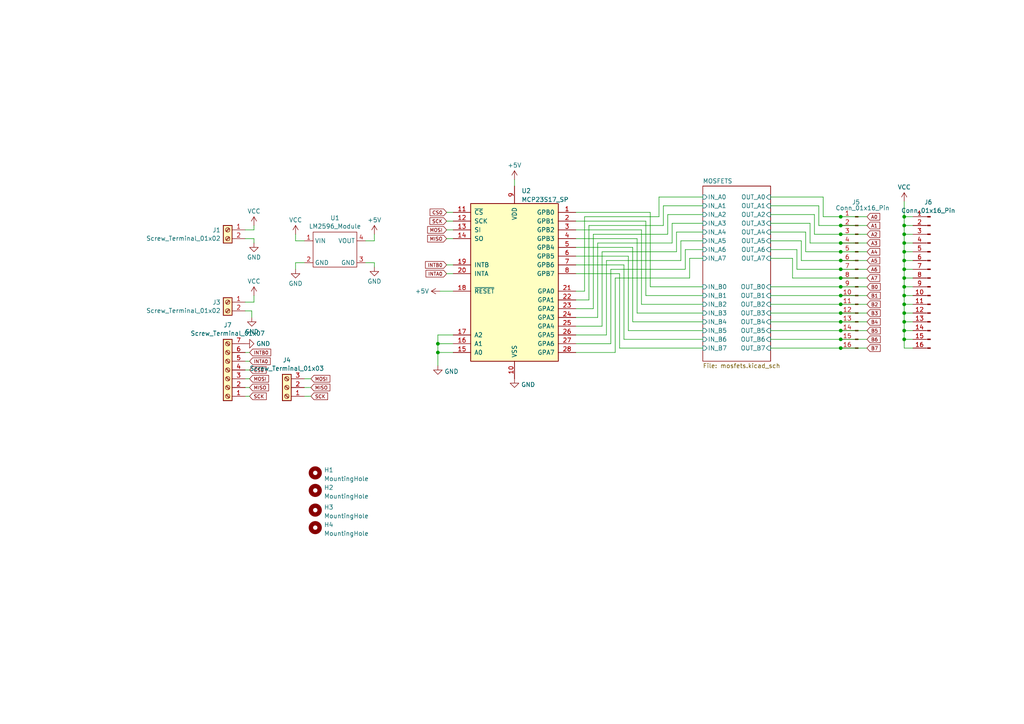
<source format=kicad_sch>
(kicad_sch (version 20230121) (generator eeschema)

  (uuid 472ab3f0-0b4b-4534-8c1c-6d4f9b4806cb)

  (paper "A4")

  (lib_symbols
    (symbol "Connector:Conn_01x16_Pin" (pin_names (offset 1.016) hide) (in_bom yes) (on_board yes)
      (property "Reference" "J" (at 0 20.32 0)
        (effects (font (size 1.27 1.27)))
      )
      (property "Value" "Conn_01x16_Pin" (at 0 -22.86 0)
        (effects (font (size 1.27 1.27)))
      )
      (property "Footprint" "" (at 0 0 0)
        (effects (font (size 1.27 1.27)) hide)
      )
      (property "Datasheet" "~" (at 0 0 0)
        (effects (font (size 1.27 1.27)) hide)
      )
      (property "ki_locked" "" (at 0 0 0)
        (effects (font (size 1.27 1.27)))
      )
      (property "ki_keywords" "connector" (at 0 0 0)
        (effects (font (size 1.27 1.27)) hide)
      )
      (property "ki_description" "Generic connector, single row, 01x16, script generated" (at 0 0 0)
        (effects (font (size 1.27 1.27)) hide)
      )
      (property "ki_fp_filters" "Connector*:*_1x??_*" (at 0 0 0)
        (effects (font (size 1.27 1.27)) hide)
      )
      (symbol "Conn_01x16_Pin_1_1"
        (polyline
          (pts
            (xy 1.27 -20.32)
            (xy 0.8636 -20.32)
          )
          (stroke (width 0.1524) (type default))
          (fill (type none))
        )
        (polyline
          (pts
            (xy 1.27 -17.78)
            (xy 0.8636 -17.78)
          )
          (stroke (width 0.1524) (type default))
          (fill (type none))
        )
        (polyline
          (pts
            (xy 1.27 -15.24)
            (xy 0.8636 -15.24)
          )
          (stroke (width 0.1524) (type default))
          (fill (type none))
        )
        (polyline
          (pts
            (xy 1.27 -12.7)
            (xy 0.8636 -12.7)
          )
          (stroke (width 0.1524) (type default))
          (fill (type none))
        )
        (polyline
          (pts
            (xy 1.27 -10.16)
            (xy 0.8636 -10.16)
          )
          (stroke (width 0.1524) (type default))
          (fill (type none))
        )
        (polyline
          (pts
            (xy 1.27 -7.62)
            (xy 0.8636 -7.62)
          )
          (stroke (width 0.1524) (type default))
          (fill (type none))
        )
        (polyline
          (pts
            (xy 1.27 -5.08)
            (xy 0.8636 -5.08)
          )
          (stroke (width 0.1524) (type default))
          (fill (type none))
        )
        (polyline
          (pts
            (xy 1.27 -2.54)
            (xy 0.8636 -2.54)
          )
          (stroke (width 0.1524) (type default))
          (fill (type none))
        )
        (polyline
          (pts
            (xy 1.27 0)
            (xy 0.8636 0)
          )
          (stroke (width 0.1524) (type default))
          (fill (type none))
        )
        (polyline
          (pts
            (xy 1.27 2.54)
            (xy 0.8636 2.54)
          )
          (stroke (width 0.1524) (type default))
          (fill (type none))
        )
        (polyline
          (pts
            (xy 1.27 5.08)
            (xy 0.8636 5.08)
          )
          (stroke (width 0.1524) (type default))
          (fill (type none))
        )
        (polyline
          (pts
            (xy 1.27 7.62)
            (xy 0.8636 7.62)
          )
          (stroke (width 0.1524) (type default))
          (fill (type none))
        )
        (polyline
          (pts
            (xy 1.27 10.16)
            (xy 0.8636 10.16)
          )
          (stroke (width 0.1524) (type default))
          (fill (type none))
        )
        (polyline
          (pts
            (xy 1.27 12.7)
            (xy 0.8636 12.7)
          )
          (stroke (width 0.1524) (type default))
          (fill (type none))
        )
        (polyline
          (pts
            (xy 1.27 15.24)
            (xy 0.8636 15.24)
          )
          (stroke (width 0.1524) (type default))
          (fill (type none))
        )
        (polyline
          (pts
            (xy 1.27 17.78)
            (xy 0.8636 17.78)
          )
          (stroke (width 0.1524) (type default))
          (fill (type none))
        )
        (rectangle (start 0.8636 -20.193) (end 0 -20.447)
          (stroke (width 0.1524) (type default))
          (fill (type outline))
        )
        (rectangle (start 0.8636 -17.653) (end 0 -17.907)
          (stroke (width 0.1524) (type default))
          (fill (type outline))
        )
        (rectangle (start 0.8636 -15.113) (end 0 -15.367)
          (stroke (width 0.1524) (type default))
          (fill (type outline))
        )
        (rectangle (start 0.8636 -12.573) (end 0 -12.827)
          (stroke (width 0.1524) (type default))
          (fill (type outline))
        )
        (rectangle (start 0.8636 -10.033) (end 0 -10.287)
          (stroke (width 0.1524) (type default))
          (fill (type outline))
        )
        (rectangle (start 0.8636 -7.493) (end 0 -7.747)
          (stroke (width 0.1524) (type default))
          (fill (type outline))
        )
        (rectangle (start 0.8636 -4.953) (end 0 -5.207)
          (stroke (width 0.1524) (type default))
          (fill (type outline))
        )
        (rectangle (start 0.8636 -2.413) (end 0 -2.667)
          (stroke (width 0.1524) (type default))
          (fill (type outline))
        )
        (rectangle (start 0.8636 0.127) (end 0 -0.127)
          (stroke (width 0.1524) (type default))
          (fill (type outline))
        )
        (rectangle (start 0.8636 2.667) (end 0 2.413)
          (stroke (width 0.1524) (type default))
          (fill (type outline))
        )
        (rectangle (start 0.8636 5.207) (end 0 4.953)
          (stroke (width 0.1524) (type default))
          (fill (type outline))
        )
        (rectangle (start 0.8636 7.747) (end 0 7.493)
          (stroke (width 0.1524) (type default))
          (fill (type outline))
        )
        (rectangle (start 0.8636 10.287) (end 0 10.033)
          (stroke (width 0.1524) (type default))
          (fill (type outline))
        )
        (rectangle (start 0.8636 12.827) (end 0 12.573)
          (stroke (width 0.1524) (type default))
          (fill (type outline))
        )
        (rectangle (start 0.8636 15.367) (end 0 15.113)
          (stroke (width 0.1524) (type default))
          (fill (type outline))
        )
        (rectangle (start 0.8636 17.907) (end 0 17.653)
          (stroke (width 0.1524) (type default))
          (fill (type outline))
        )
        (pin passive line (at 5.08 17.78 180) (length 3.81)
          (name "Pin_1" (effects (font (size 1.27 1.27))))
          (number "1" (effects (font (size 1.27 1.27))))
        )
        (pin passive line (at 5.08 -5.08 180) (length 3.81)
          (name "Pin_10" (effects (font (size 1.27 1.27))))
          (number "10" (effects (font (size 1.27 1.27))))
        )
        (pin passive line (at 5.08 -7.62 180) (length 3.81)
          (name "Pin_11" (effects (font (size 1.27 1.27))))
          (number "11" (effects (font (size 1.27 1.27))))
        )
        (pin passive line (at 5.08 -10.16 180) (length 3.81)
          (name "Pin_12" (effects (font (size 1.27 1.27))))
          (number "12" (effects (font (size 1.27 1.27))))
        )
        (pin passive line (at 5.08 -12.7 180) (length 3.81)
          (name "Pin_13" (effects (font (size 1.27 1.27))))
          (number "13" (effects (font (size 1.27 1.27))))
        )
        (pin passive line (at 5.08 -15.24 180) (length 3.81)
          (name "Pin_14" (effects (font (size 1.27 1.27))))
          (number "14" (effects (font (size 1.27 1.27))))
        )
        (pin passive line (at 5.08 -17.78 180) (length 3.81)
          (name "Pin_15" (effects (font (size 1.27 1.27))))
          (number "15" (effects (font (size 1.27 1.27))))
        )
        (pin passive line (at 5.08 -20.32 180) (length 3.81)
          (name "Pin_16" (effects (font (size 1.27 1.27))))
          (number "16" (effects (font (size 1.27 1.27))))
        )
        (pin passive line (at 5.08 15.24 180) (length 3.81)
          (name "Pin_2" (effects (font (size 1.27 1.27))))
          (number "2" (effects (font (size 1.27 1.27))))
        )
        (pin passive line (at 5.08 12.7 180) (length 3.81)
          (name "Pin_3" (effects (font (size 1.27 1.27))))
          (number "3" (effects (font (size 1.27 1.27))))
        )
        (pin passive line (at 5.08 10.16 180) (length 3.81)
          (name "Pin_4" (effects (font (size 1.27 1.27))))
          (number "4" (effects (font (size 1.27 1.27))))
        )
        (pin passive line (at 5.08 7.62 180) (length 3.81)
          (name "Pin_5" (effects (font (size 1.27 1.27))))
          (number "5" (effects (font (size 1.27 1.27))))
        )
        (pin passive line (at 5.08 5.08 180) (length 3.81)
          (name "Pin_6" (effects (font (size 1.27 1.27))))
          (number "6" (effects (font (size 1.27 1.27))))
        )
        (pin passive line (at 5.08 2.54 180) (length 3.81)
          (name "Pin_7" (effects (font (size 1.27 1.27))))
          (number "7" (effects (font (size 1.27 1.27))))
        )
        (pin passive line (at 5.08 0 180) (length 3.81)
          (name "Pin_8" (effects (font (size 1.27 1.27))))
          (number "8" (effects (font (size 1.27 1.27))))
        )
        (pin passive line (at 5.08 -2.54 180) (length 3.81)
          (name "Pin_9" (effects (font (size 1.27 1.27))))
          (number "9" (effects (font (size 1.27 1.27))))
        )
      )
    )
    (symbol "Connector:Screw_Terminal_01x02" (pin_names (offset 1.016) hide) (in_bom yes) (on_board yes)
      (property "Reference" "J" (at 0 2.54 0)
        (effects (font (size 1.27 1.27)))
      )
      (property "Value" "Screw_Terminal_01x02" (at 0 -5.08 0)
        (effects (font (size 1.27 1.27)))
      )
      (property "Footprint" "" (at 0 0 0)
        (effects (font (size 1.27 1.27)) hide)
      )
      (property "Datasheet" "~" (at 0 0 0)
        (effects (font (size 1.27 1.27)) hide)
      )
      (property "ki_keywords" "screw terminal" (at 0 0 0)
        (effects (font (size 1.27 1.27)) hide)
      )
      (property "ki_description" "Generic screw terminal, single row, 01x02, script generated (kicad-library-utils/schlib/autogen/connector/)" (at 0 0 0)
        (effects (font (size 1.27 1.27)) hide)
      )
      (property "ki_fp_filters" "TerminalBlock*:*" (at 0 0 0)
        (effects (font (size 1.27 1.27)) hide)
      )
      (symbol "Screw_Terminal_01x02_1_1"
        (rectangle (start -1.27 1.27) (end 1.27 -3.81)
          (stroke (width 0.254) (type default))
          (fill (type background))
        )
        (circle (center 0 -2.54) (radius 0.635)
          (stroke (width 0.1524) (type default))
          (fill (type none))
        )
        (polyline
          (pts
            (xy -0.5334 -2.2098)
            (xy 0.3302 -3.048)
          )
          (stroke (width 0.1524) (type default))
          (fill (type none))
        )
        (polyline
          (pts
            (xy -0.5334 0.3302)
            (xy 0.3302 -0.508)
          )
          (stroke (width 0.1524) (type default))
          (fill (type none))
        )
        (polyline
          (pts
            (xy -0.3556 -2.032)
            (xy 0.508 -2.8702)
          )
          (stroke (width 0.1524) (type default))
          (fill (type none))
        )
        (polyline
          (pts
            (xy -0.3556 0.508)
            (xy 0.508 -0.3302)
          )
          (stroke (width 0.1524) (type default))
          (fill (type none))
        )
        (circle (center 0 0) (radius 0.635)
          (stroke (width 0.1524) (type default))
          (fill (type none))
        )
        (pin passive line (at -5.08 0 0) (length 3.81)
          (name "Pin_1" (effects (font (size 1.27 1.27))))
          (number "1" (effects (font (size 1.27 1.27))))
        )
        (pin passive line (at -5.08 -2.54 0) (length 3.81)
          (name "Pin_2" (effects (font (size 1.27 1.27))))
          (number "2" (effects (font (size 1.27 1.27))))
        )
      )
    )
    (symbol "Connector:Screw_Terminal_01x03" (pin_names (offset 1.016) hide) (in_bom yes) (on_board yes)
      (property "Reference" "J" (at 0 5.08 0)
        (effects (font (size 1.27 1.27)))
      )
      (property "Value" "Screw_Terminal_01x03" (at 0 -5.08 0)
        (effects (font (size 1.27 1.27)))
      )
      (property "Footprint" "" (at 0 0 0)
        (effects (font (size 1.27 1.27)) hide)
      )
      (property "Datasheet" "~" (at 0 0 0)
        (effects (font (size 1.27 1.27)) hide)
      )
      (property "ki_keywords" "screw terminal" (at 0 0 0)
        (effects (font (size 1.27 1.27)) hide)
      )
      (property "ki_description" "Generic screw terminal, single row, 01x03, script generated (kicad-library-utils/schlib/autogen/connector/)" (at 0 0 0)
        (effects (font (size 1.27 1.27)) hide)
      )
      (property "ki_fp_filters" "TerminalBlock*:*" (at 0 0 0)
        (effects (font (size 1.27 1.27)) hide)
      )
      (symbol "Screw_Terminal_01x03_1_1"
        (rectangle (start -1.27 3.81) (end 1.27 -3.81)
          (stroke (width 0.254) (type default))
          (fill (type background))
        )
        (circle (center 0 -2.54) (radius 0.635)
          (stroke (width 0.1524) (type default))
          (fill (type none))
        )
        (polyline
          (pts
            (xy -0.5334 -2.2098)
            (xy 0.3302 -3.048)
          )
          (stroke (width 0.1524) (type default))
          (fill (type none))
        )
        (polyline
          (pts
            (xy -0.5334 0.3302)
            (xy 0.3302 -0.508)
          )
          (stroke (width 0.1524) (type default))
          (fill (type none))
        )
        (polyline
          (pts
            (xy -0.5334 2.8702)
            (xy 0.3302 2.032)
          )
          (stroke (width 0.1524) (type default))
          (fill (type none))
        )
        (polyline
          (pts
            (xy -0.3556 -2.032)
            (xy 0.508 -2.8702)
          )
          (stroke (width 0.1524) (type default))
          (fill (type none))
        )
        (polyline
          (pts
            (xy -0.3556 0.508)
            (xy 0.508 -0.3302)
          )
          (stroke (width 0.1524) (type default))
          (fill (type none))
        )
        (polyline
          (pts
            (xy -0.3556 3.048)
            (xy 0.508 2.2098)
          )
          (stroke (width 0.1524) (type default))
          (fill (type none))
        )
        (circle (center 0 0) (radius 0.635)
          (stroke (width 0.1524) (type default))
          (fill (type none))
        )
        (circle (center 0 2.54) (radius 0.635)
          (stroke (width 0.1524) (type default))
          (fill (type none))
        )
        (pin passive line (at -5.08 2.54 0) (length 3.81)
          (name "Pin_1" (effects (font (size 1.27 1.27))))
          (number "1" (effects (font (size 1.27 1.27))))
        )
        (pin passive line (at -5.08 0 0) (length 3.81)
          (name "Pin_2" (effects (font (size 1.27 1.27))))
          (number "2" (effects (font (size 1.27 1.27))))
        )
        (pin passive line (at -5.08 -2.54 0) (length 3.81)
          (name "Pin_3" (effects (font (size 1.27 1.27))))
          (number "3" (effects (font (size 1.27 1.27))))
        )
      )
    )
    (symbol "Connector:Screw_Terminal_01x07" (pin_names (offset 1.016) hide) (in_bom yes) (on_board yes)
      (property "Reference" "J" (at 0 10.16 0)
        (effects (font (size 1.27 1.27)))
      )
      (property "Value" "Screw_Terminal_01x07" (at 0 -10.16 0)
        (effects (font (size 1.27 1.27)))
      )
      (property "Footprint" "" (at 0 0 0)
        (effects (font (size 1.27 1.27)) hide)
      )
      (property "Datasheet" "~" (at 0 0 0)
        (effects (font (size 1.27 1.27)) hide)
      )
      (property "ki_keywords" "screw terminal" (at 0 0 0)
        (effects (font (size 1.27 1.27)) hide)
      )
      (property "ki_description" "Generic screw terminal, single row, 01x07, script generated (kicad-library-utils/schlib/autogen/connector/)" (at 0 0 0)
        (effects (font (size 1.27 1.27)) hide)
      )
      (property "ki_fp_filters" "TerminalBlock*:*" (at 0 0 0)
        (effects (font (size 1.27 1.27)) hide)
      )
      (symbol "Screw_Terminal_01x07_1_1"
        (rectangle (start -1.27 8.89) (end 1.27 -8.89)
          (stroke (width 0.254) (type default))
          (fill (type background))
        )
        (circle (center 0 -7.62) (radius 0.635)
          (stroke (width 0.1524) (type default))
          (fill (type none))
        )
        (circle (center 0 -5.08) (radius 0.635)
          (stroke (width 0.1524) (type default))
          (fill (type none))
        )
        (circle (center 0 -2.54) (radius 0.635)
          (stroke (width 0.1524) (type default))
          (fill (type none))
        )
        (polyline
          (pts
            (xy -0.5334 -7.2898)
            (xy 0.3302 -8.128)
          )
          (stroke (width 0.1524) (type default))
          (fill (type none))
        )
        (polyline
          (pts
            (xy -0.5334 -4.7498)
            (xy 0.3302 -5.588)
          )
          (stroke (width 0.1524) (type default))
          (fill (type none))
        )
        (polyline
          (pts
            (xy -0.5334 -2.2098)
            (xy 0.3302 -3.048)
          )
          (stroke (width 0.1524) (type default))
          (fill (type none))
        )
        (polyline
          (pts
            (xy -0.5334 0.3302)
            (xy 0.3302 -0.508)
          )
          (stroke (width 0.1524) (type default))
          (fill (type none))
        )
        (polyline
          (pts
            (xy -0.5334 2.8702)
            (xy 0.3302 2.032)
          )
          (stroke (width 0.1524) (type default))
          (fill (type none))
        )
        (polyline
          (pts
            (xy -0.5334 5.4102)
            (xy 0.3302 4.572)
          )
          (stroke (width 0.1524) (type default))
          (fill (type none))
        )
        (polyline
          (pts
            (xy -0.5334 7.9502)
            (xy 0.3302 7.112)
          )
          (stroke (width 0.1524) (type default))
          (fill (type none))
        )
        (polyline
          (pts
            (xy -0.3556 -7.112)
            (xy 0.508 -7.9502)
          )
          (stroke (width 0.1524) (type default))
          (fill (type none))
        )
        (polyline
          (pts
            (xy -0.3556 -4.572)
            (xy 0.508 -5.4102)
          )
          (stroke (width 0.1524) (type default))
          (fill (type none))
        )
        (polyline
          (pts
            (xy -0.3556 -2.032)
            (xy 0.508 -2.8702)
          )
          (stroke (width 0.1524) (type default))
          (fill (type none))
        )
        (polyline
          (pts
            (xy -0.3556 0.508)
            (xy 0.508 -0.3302)
          )
          (stroke (width 0.1524) (type default))
          (fill (type none))
        )
        (polyline
          (pts
            (xy -0.3556 3.048)
            (xy 0.508 2.2098)
          )
          (stroke (width 0.1524) (type default))
          (fill (type none))
        )
        (polyline
          (pts
            (xy -0.3556 5.588)
            (xy 0.508 4.7498)
          )
          (stroke (width 0.1524) (type default))
          (fill (type none))
        )
        (polyline
          (pts
            (xy -0.3556 8.128)
            (xy 0.508 7.2898)
          )
          (stroke (width 0.1524) (type default))
          (fill (type none))
        )
        (circle (center 0 0) (radius 0.635)
          (stroke (width 0.1524) (type default))
          (fill (type none))
        )
        (circle (center 0 2.54) (radius 0.635)
          (stroke (width 0.1524) (type default))
          (fill (type none))
        )
        (circle (center 0 5.08) (radius 0.635)
          (stroke (width 0.1524) (type default))
          (fill (type none))
        )
        (circle (center 0 7.62) (radius 0.635)
          (stroke (width 0.1524) (type default))
          (fill (type none))
        )
        (pin passive line (at -5.08 7.62 0) (length 3.81)
          (name "Pin_1" (effects (font (size 1.27 1.27))))
          (number "1" (effects (font (size 1.27 1.27))))
        )
        (pin passive line (at -5.08 5.08 0) (length 3.81)
          (name "Pin_2" (effects (font (size 1.27 1.27))))
          (number "2" (effects (font (size 1.27 1.27))))
        )
        (pin passive line (at -5.08 2.54 0) (length 3.81)
          (name "Pin_3" (effects (font (size 1.27 1.27))))
          (number "3" (effects (font (size 1.27 1.27))))
        )
        (pin passive line (at -5.08 0 0) (length 3.81)
          (name "Pin_4" (effects (font (size 1.27 1.27))))
          (number "4" (effects (font (size 1.27 1.27))))
        )
        (pin passive line (at -5.08 -2.54 0) (length 3.81)
          (name "Pin_5" (effects (font (size 1.27 1.27))))
          (number "5" (effects (font (size 1.27 1.27))))
        )
        (pin passive line (at -5.08 -5.08 0) (length 3.81)
          (name "Pin_6" (effects (font (size 1.27 1.27))))
          (number "6" (effects (font (size 1.27 1.27))))
        )
        (pin passive line (at -5.08 -7.62 0) (length 3.81)
          (name "Pin_7" (effects (font (size 1.27 1.27))))
          (number "7" (effects (font (size 1.27 1.27))))
        )
      )
    )
    (symbol "EzerLonginus:LM2596_Module" (in_bom yes) (on_board yes)
      (property "Reference" "U" (at 0 6.35 0)
        (effects (font (size 1.27 1.27)))
      )
      (property "Value" "LM2596_Module" (at 0 -6.35 0)
        (effects (font (size 1.27 1.27)))
      )
      (property "Footprint" "" (at 0 0 0)
        (effects (font (size 1.27 1.27)) hide)
      )
      (property "Datasheet" "" (at 0 0 0)
        (effects (font (size 1.27 1.27)) hide)
      )
      (symbol "LM2596_Module_0_1"
        (polyline
          (pts
            (xy -6.35 2.54)
            (xy -6.35 3.81)
            (xy -6.35 5.08)
            (xy 6.35 5.08)
            (xy 6.35 -5.08)
            (xy -6.35 -5.08)
            (xy -6.35 2.54)
          )
          (stroke (width 0.1524) (type default))
          (fill (type none))
        )
      )
      (symbol "LM2596_Module_1_1"
        (pin power_in line (at -8.89 2.54 0) (length 2.54)
          (name "VIN" (effects (font (size 1.27 1.27))))
          (number "1" (effects (font (size 1.27 1.27))))
        )
        (pin power_in line (at -8.89 -3.81 0) (length 2.54)
          (name "GND" (effects (font (size 1.27 1.27))))
          (number "2" (effects (font (size 1.27 1.27))))
        )
        (pin output line (at 8.89 -3.81 180) (length 2.54)
          (name "GND" (effects (font (size 1.27 1.27))))
          (number "3" (effects (font (size 1.27 1.27))))
        )
        (pin power_out line (at 8.89 2.54 180) (length 2.54)
          (name "VOUT" (effects (font (size 1.27 1.27))))
          (number "4" (effects (font (size 1.27 1.27))))
        )
      )
    )
    (symbol "GND_1" (power) (pin_names (offset 0)) (in_bom yes) (on_board yes)
      (property "Reference" "#PWR" (at 0 -6.35 0)
        (effects (font (size 1.27 1.27)) hide)
      )
      (property "Value" "GND_1" (at 0 -3.81 0)
        (effects (font (size 1.27 1.27)))
      )
      (property "Footprint" "" (at 0 0 0)
        (effects (font (size 1.27 1.27)) hide)
      )
      (property "Datasheet" "" (at 0 0 0)
        (effects (font (size 1.27 1.27)) hide)
      )
      (property "ki_keywords" "global power" (at 0 0 0)
        (effects (font (size 1.27 1.27)) hide)
      )
      (property "ki_description" "Power symbol creates a global label with name \"GND\" , ground" (at 0 0 0)
        (effects (font (size 1.27 1.27)) hide)
      )
      (symbol "GND_1_0_1"
        (polyline
          (pts
            (xy 0 0)
            (xy 0 -1.27)
            (xy 1.27 -1.27)
            (xy 0 -2.54)
            (xy -1.27 -1.27)
            (xy 0 -1.27)
          )
          (stroke (width 0) (type default))
          (fill (type none))
        )
      )
      (symbol "GND_1_1_1"
        (pin power_in line (at 0 0 270) (length 0) hide
          (name "GND" (effects (font (size 1.27 1.27))))
          (number "1" (effects (font (size 1.27 1.27))))
        )
      )
    )
    (symbol "Interface_Expansion:MCP23S17_SP" (pin_names (offset 1.016)) (in_bom yes) (on_board yes)
      (property "Reference" "U" (at -11.43 24.13 0)
        (effects (font (size 1.27 1.27)))
      )
      (property "Value" "MCP23S17_SP" (at 0 0 0)
        (effects (font (size 1.27 1.27)))
      )
      (property "Footprint" "Package_DIP:DIP-28_W7.62mm" (at 5.08 -25.4 0)
        (effects (font (size 1.27 1.27)) (justify left) hide)
      )
      (property "Datasheet" "http://ww1.microchip.com/downloads/en/DeviceDoc/20001952C.pdf" (at 5.08 -27.94 0)
        (effects (font (size 1.27 1.27)) (justify left) hide)
      )
      (property "ki_keywords" "microchip i2c parallel port expander" (at 0 0 0)
        (effects (font (size 1.27 1.27)) hide)
      )
      (property "ki_description" "16-bit I/O expander, SPI, interrupts, w pull-ups, SPDIP-28" (at 0 0 0)
        (effects (font (size 1.27 1.27)) hide)
      )
      (property "ki_fp_filters" "DIP*W7.62mm*" (at 0 0 0)
        (effects (font (size 1.27 1.27)) hide)
      )
      (symbol "MCP23S17_SP_0_1"
        (rectangle (start -12.7 22.86) (end 12.7 -22.86)
          (stroke (width 0.254) (type default))
          (fill (type background))
        )
      )
      (symbol "MCP23S17_SP_1_1"
        (pin bidirectional line (at 17.78 20.32 180) (length 5.08)
          (name "GPB0" (effects (font (size 1.27 1.27))))
          (number "1" (effects (font (size 1.27 1.27))))
        )
        (pin power_in line (at 0 -27.94 90) (length 5.08)
          (name "VSS" (effects (font (size 1.27 1.27))))
          (number "10" (effects (font (size 1.27 1.27))))
        )
        (pin input line (at -17.78 20.32 0) (length 5.08)
          (name "~{CS}" (effects (font (size 1.27 1.27))))
          (number "11" (effects (font (size 1.27 1.27))))
        )
        (pin input line (at -17.78 17.78 0) (length 5.08)
          (name "SCK" (effects (font (size 1.27 1.27))))
          (number "12" (effects (font (size 1.27 1.27))))
        )
        (pin input line (at -17.78 15.24 0) (length 5.08)
          (name "SI" (effects (font (size 1.27 1.27))))
          (number "13" (effects (font (size 1.27 1.27))))
        )
        (pin output line (at -17.78 12.7 0) (length 5.08)
          (name "SO" (effects (font (size 1.27 1.27))))
          (number "14" (effects (font (size 1.27 1.27))))
        )
        (pin input line (at -17.78 -20.32 0) (length 5.08)
          (name "A0" (effects (font (size 1.27 1.27))))
          (number "15" (effects (font (size 1.27 1.27))))
        )
        (pin input line (at -17.78 -17.78 0) (length 5.08)
          (name "A1" (effects (font (size 1.27 1.27))))
          (number "16" (effects (font (size 1.27 1.27))))
        )
        (pin input line (at -17.78 -15.24 0) (length 5.08)
          (name "A2" (effects (font (size 1.27 1.27))))
          (number "17" (effects (font (size 1.27 1.27))))
        )
        (pin input line (at -17.78 -2.54 0) (length 5.08)
          (name "~{RESET}" (effects (font (size 1.27 1.27))))
          (number "18" (effects (font (size 1.27 1.27))))
        )
        (pin tri_state line (at -17.78 5.08 0) (length 5.08)
          (name "INTB" (effects (font (size 1.27 1.27))))
          (number "19" (effects (font (size 1.27 1.27))))
        )
        (pin bidirectional line (at 17.78 17.78 180) (length 5.08)
          (name "GPB1" (effects (font (size 1.27 1.27))))
          (number "2" (effects (font (size 1.27 1.27))))
        )
        (pin tri_state line (at -17.78 2.54 0) (length 5.08)
          (name "INTA" (effects (font (size 1.27 1.27))))
          (number "20" (effects (font (size 1.27 1.27))))
        )
        (pin bidirectional line (at 17.78 -2.54 180) (length 5.08)
          (name "GPA0" (effects (font (size 1.27 1.27))))
          (number "21" (effects (font (size 1.27 1.27))))
        )
        (pin bidirectional line (at 17.78 -5.08 180) (length 5.08)
          (name "GPA1" (effects (font (size 1.27 1.27))))
          (number "22" (effects (font (size 1.27 1.27))))
        )
        (pin bidirectional line (at 17.78 -7.62 180) (length 5.08)
          (name "GPA2" (effects (font (size 1.27 1.27))))
          (number "23" (effects (font (size 1.27 1.27))))
        )
        (pin bidirectional line (at 17.78 -10.16 180) (length 5.08)
          (name "GPA3" (effects (font (size 1.27 1.27))))
          (number "24" (effects (font (size 1.27 1.27))))
        )
        (pin bidirectional line (at 17.78 -12.7 180) (length 5.08)
          (name "GPA4" (effects (font (size 1.27 1.27))))
          (number "25" (effects (font (size 1.27 1.27))))
        )
        (pin bidirectional line (at 17.78 -15.24 180) (length 5.08)
          (name "GPA5" (effects (font (size 1.27 1.27))))
          (number "26" (effects (font (size 1.27 1.27))))
        )
        (pin bidirectional line (at 17.78 -17.78 180) (length 5.08)
          (name "GPA6" (effects (font (size 1.27 1.27))))
          (number "27" (effects (font (size 1.27 1.27))))
        )
        (pin bidirectional line (at 17.78 -20.32 180) (length 5.08)
          (name "GPA7" (effects (font (size 1.27 1.27))))
          (number "28" (effects (font (size 1.27 1.27))))
        )
        (pin bidirectional line (at 17.78 15.24 180) (length 5.08)
          (name "GPB2" (effects (font (size 1.27 1.27))))
          (number "3" (effects (font (size 1.27 1.27))))
        )
        (pin bidirectional line (at 17.78 12.7 180) (length 5.08)
          (name "GPB3" (effects (font (size 1.27 1.27))))
          (number "4" (effects (font (size 1.27 1.27))))
        )
        (pin bidirectional line (at 17.78 10.16 180) (length 5.08)
          (name "GPB4" (effects (font (size 1.27 1.27))))
          (number "5" (effects (font (size 1.27 1.27))))
        )
        (pin bidirectional line (at 17.78 7.62 180) (length 5.08)
          (name "GPB5" (effects (font (size 1.27 1.27))))
          (number "6" (effects (font (size 1.27 1.27))))
        )
        (pin bidirectional line (at 17.78 5.08 180) (length 5.08)
          (name "GPB6" (effects (font (size 1.27 1.27))))
          (number "7" (effects (font (size 1.27 1.27))))
        )
        (pin bidirectional line (at 17.78 2.54 180) (length 5.08)
          (name "GPB7" (effects (font (size 1.27 1.27))))
          (number "8" (effects (font (size 1.27 1.27))))
        )
        (pin power_in line (at 0 27.94 270) (length 5.08)
          (name "VDD" (effects (font (size 1.27 1.27))))
          (number "9" (effects (font (size 1.27 1.27))))
        )
      )
    )
    (symbol "Mechanical:MountingHole" (pin_names (offset 1.016)) (in_bom yes) (on_board yes)
      (property "Reference" "H" (at 0 5.08 0)
        (effects (font (size 1.27 1.27)))
      )
      (property "Value" "MountingHole" (at 0 3.175 0)
        (effects (font (size 1.27 1.27)))
      )
      (property "Footprint" "" (at 0 0 0)
        (effects (font (size 1.27 1.27)) hide)
      )
      (property "Datasheet" "~" (at 0 0 0)
        (effects (font (size 1.27 1.27)) hide)
      )
      (property "ki_keywords" "mounting hole" (at 0 0 0)
        (effects (font (size 1.27 1.27)) hide)
      )
      (property "ki_description" "Mounting Hole without connection" (at 0 0 0)
        (effects (font (size 1.27 1.27)) hide)
      )
      (property "ki_fp_filters" "MountingHole*" (at 0 0 0)
        (effects (font (size 1.27 1.27)) hide)
      )
      (symbol "MountingHole_0_1"
        (circle (center 0 0) (radius 1.27)
          (stroke (width 1.27) (type default))
          (fill (type none))
        )
      )
    )
    (symbol "power:+5V" (power) (pin_names (offset 0)) (in_bom yes) (on_board yes)
      (property "Reference" "#PWR" (at 0 -3.81 0)
        (effects (font (size 1.27 1.27)) hide)
      )
      (property "Value" "+5V" (at 0 3.556 0)
        (effects (font (size 1.27 1.27)))
      )
      (property "Footprint" "" (at 0 0 0)
        (effects (font (size 1.27 1.27)) hide)
      )
      (property "Datasheet" "" (at 0 0 0)
        (effects (font (size 1.27 1.27)) hide)
      )
      (property "ki_keywords" "global power" (at 0 0 0)
        (effects (font (size 1.27 1.27)) hide)
      )
      (property "ki_description" "Power symbol creates a global label with name \"+5V\"" (at 0 0 0)
        (effects (font (size 1.27 1.27)) hide)
      )
      (symbol "+5V_0_1"
        (polyline
          (pts
            (xy -0.762 1.27)
            (xy 0 2.54)
          )
          (stroke (width 0) (type default))
          (fill (type none))
        )
        (polyline
          (pts
            (xy 0 0)
            (xy 0 2.54)
          )
          (stroke (width 0) (type default))
          (fill (type none))
        )
        (polyline
          (pts
            (xy 0 2.54)
            (xy 0.762 1.27)
          )
          (stroke (width 0) (type default))
          (fill (type none))
        )
      )
      (symbol "+5V_1_1"
        (pin power_in line (at 0 0 90) (length 0) hide
          (name "+5V" (effects (font (size 1.27 1.27))))
          (number "1" (effects (font (size 1.27 1.27))))
        )
      )
    )
    (symbol "power:GND" (power) (pin_names (offset 0)) (in_bom yes) (on_board yes)
      (property "Reference" "#PWR" (at 0 -6.35 0)
        (effects (font (size 1.27 1.27)) hide)
      )
      (property "Value" "GND" (at 0 -3.81 0)
        (effects (font (size 1.27 1.27)))
      )
      (property "Footprint" "" (at 0 0 0)
        (effects (font (size 1.27 1.27)) hide)
      )
      (property "Datasheet" "" (at 0 0 0)
        (effects (font (size 1.27 1.27)) hide)
      )
      (property "ki_keywords" "power-flag" (at 0 0 0)
        (effects (font (size 1.27 1.27)) hide)
      )
      (property "ki_description" "Power symbol creates a global label with name \"GND\" , ground" (at 0 0 0)
        (effects (font (size 1.27 1.27)) hide)
      )
      (symbol "GND_0_1"
        (polyline
          (pts
            (xy 0 0)
            (xy 0 -1.27)
            (xy 1.27 -1.27)
            (xy 0 -2.54)
            (xy -1.27 -1.27)
            (xy 0 -1.27)
          )
          (stroke (width 0) (type default))
          (fill (type none))
        )
      )
      (symbol "GND_1_1"
        (pin power_in line (at 0 0 270) (length 0) hide
          (name "GND" (effects (font (size 1.27 1.27))))
          (number "1" (effects (font (size 1.27 1.27))))
        )
      )
    )
    (symbol "power:VCC" (power) (pin_names (offset 0)) (in_bom yes) (on_board yes)
      (property "Reference" "#PWR" (at 0 -3.81 0)
        (effects (font (size 1.27 1.27)) hide)
      )
      (property "Value" "VCC" (at 0 3.81 0)
        (effects (font (size 1.27 1.27)))
      )
      (property "Footprint" "" (at 0 0 0)
        (effects (font (size 1.27 1.27)) hide)
      )
      (property "Datasheet" "" (at 0 0 0)
        (effects (font (size 1.27 1.27)) hide)
      )
      (property "ki_keywords" "global power" (at 0 0 0)
        (effects (font (size 1.27 1.27)) hide)
      )
      (property "ki_description" "Power symbol creates a global label with name \"VCC\"" (at 0 0 0)
        (effects (font (size 1.27 1.27)) hide)
      )
      (symbol "VCC_0_1"
        (polyline
          (pts
            (xy -0.762 1.27)
            (xy 0 2.54)
          )
          (stroke (width 0) (type default))
          (fill (type none))
        )
        (polyline
          (pts
            (xy 0 0)
            (xy 0 2.54)
          )
          (stroke (width 0) (type default))
          (fill (type none))
        )
        (polyline
          (pts
            (xy 0 2.54)
            (xy 0.762 1.27)
          )
          (stroke (width 0) (type default))
          (fill (type none))
        )
      )
      (symbol "VCC_1_1"
        (pin power_in line (at 0 0 90) (length 0) hide
          (name "VCC" (effects (font (size 1.27 1.27))))
          (number "1" (effects (font (size 1.27 1.27))))
        )
      )
    )
  )

  (junction (at 243.84 70.485) (diameter 0) (color 0 0 0 0)
    (uuid 00efd11b-618c-4d84-a2d4-39e6b9b02264)
  )
  (junction (at 243.84 75.565) (diameter 0) (color 0 0 0 0)
    (uuid 0ef9b9b7-2656-4699-877e-fb7f5e1a8e5c)
  )
  (junction (at 262.255 70.485) (diameter 0) (color 0 0 0 0)
    (uuid 1027632a-a135-4a7c-b4b2-8aa17ae0b06f)
  )
  (junction (at 262.255 78.105) (diameter 0) (color 0 0 0 0)
    (uuid 15a3ef6b-6015-4445-961c-616a0d6b6555)
  )
  (junction (at 262.255 62.865) (diameter 0) (color 0 0 0 0)
    (uuid 2cd4aef4-22c8-48b2-85eb-cd810507a060)
  )
  (junction (at 243.84 67.945) (diameter 0) (color 0 0 0 0)
    (uuid 368c1621-0a46-4269-80b1-192dd79e04d3)
  )
  (junction (at 243.84 78.105) (diameter 0) (color 0 0 0 0)
    (uuid 3844ebef-6bc4-4b62-a91d-b897a15263bc)
  )
  (junction (at 262.255 65.405) (diameter 0) (color 0 0 0 0)
    (uuid 3c958e53-a0e0-4733-a906-1806c8915f00)
  )
  (junction (at 127 102.235) (diameter 0) (color 0 0 0 0)
    (uuid 3eee64ef-6808-46cf-aaa2-9883d446278b)
  )
  (junction (at 243.84 95.885) (diameter 0) (color 0 0 0 0)
    (uuid 4372079d-c3d5-4d7a-a09d-45a396296961)
  )
  (junction (at 243.84 93.345) (diameter 0) (color 0 0 0 0)
    (uuid 448bce07-3785-43de-9334-169d4b11e782)
  )
  (junction (at 243.84 83.185) (diameter 0) (color 0 0 0 0)
    (uuid 5399fe77-ad5a-41a4-bf1b-d5bf3f8c8372)
  )
  (junction (at 262.255 80.645) (diameter 0) (color 0 0 0 0)
    (uuid 5d1234ca-3290-4762-9ef7-22f1c46ac15e)
  )
  (junction (at 262.255 75.565) (diameter 0) (color 0 0 0 0)
    (uuid 63a7f459-2d64-42aa-ae6a-7b6549112671)
  )
  (junction (at 262.255 98.425) (diameter 0) (color 0 0 0 0)
    (uuid 6bffa5e1-41a1-4704-b2f6-64afc492a29d)
  )
  (junction (at 243.84 100.965) (diameter 0) (color 0 0 0 0)
    (uuid 6f2b3f43-e8bc-409b-986a-eb8801a3b916)
  )
  (junction (at 243.84 88.265) (diameter 0) (color 0 0 0 0)
    (uuid 7c67846a-eff4-4f3e-a15f-25134a342561)
  )
  (junction (at 243.84 65.405) (diameter 0) (color 0 0 0 0)
    (uuid 82d76904-4fb8-4b94-b753-f616aeecae18)
  )
  (junction (at 262.255 73.025) (diameter 0) (color 0 0 0 0)
    (uuid 85a9db35-c6eb-4563-8adb-f8f54acaddbc)
  )
  (junction (at 243.84 80.645) (diameter 0) (color 0 0 0 0)
    (uuid 89537d59-777b-4b58-bbe8-2662f17bbd7d)
  )
  (junction (at 243.84 85.725) (diameter 0) (color 0 0 0 0)
    (uuid 8f0adfb1-89cd-4d01-9003-e4b8fe52e2dc)
  )
  (junction (at 243.84 98.425) (diameter 0) (color 0 0 0 0)
    (uuid 962dd756-b79a-4375-adf8-f541af0e2d8a)
  )
  (junction (at 262.255 93.345) (diameter 0) (color 0 0 0 0)
    (uuid 9640eedd-e204-44aa-a6e4-e7ce9b90b735)
  )
  (junction (at 262.255 83.185) (diameter 0) (color 0 0 0 0)
    (uuid a3f546e2-6d5f-4b09-b0e3-5173c6d97580)
  )
  (junction (at 243.84 73.025) (diameter 0) (color 0 0 0 0)
    (uuid a4ab4589-b823-4216-8ecc-e30c6b6fa221)
  )
  (junction (at 262.255 85.725) (diameter 0) (color 0 0 0 0)
    (uuid a4c7eb6f-cc75-4560-95eb-2962d2b6e593)
  )
  (junction (at 262.255 90.805) (diameter 0) (color 0 0 0 0)
    (uuid a71549f5-eacb-476b-bc0a-7273c8819481)
  )
  (junction (at 127 99.695) (diameter 0) (color 0 0 0 0)
    (uuid c30b2cc9-1390-49f8-81fc-337efff030ba)
  )
  (junction (at 262.255 67.945) (diameter 0) (color 0 0 0 0)
    (uuid c38dc1ba-8fa6-43e8-92b6-430c1fb71b40)
  )
  (junction (at 243.84 62.865) (diameter 0) (color 0 0 0 0)
    (uuid c56c4087-0ac7-4902-a8cc-0846569fb237)
  )
  (junction (at 243.84 90.805) (diameter 0) (color 0 0 0 0)
    (uuid c91ecf85-66c1-4844-bbb9-6015fd4756d1)
  )
  (junction (at 262.255 95.885) (diameter 0) (color 0 0 0 0)
    (uuid d49c8c01-8506-41c0-afee-0cc282275ed1)
  )
  (junction (at 262.255 88.265) (diameter 0) (color 0 0 0 0)
    (uuid ea6bdcdd-74a3-48c9-8a99-4a6c4f44dbc0)
  )

  (wire (pts (xy 243.84 65.405) (xy 251.46 65.405))
    (stroke (width 0) (type default))
    (uuid 0062288e-2a04-460e-adea-ef2ef3420694)
  )
  (wire (pts (xy 262.255 83.185) (xy 262.255 85.725))
    (stroke (width 0) (type default))
    (uuid 0295452e-ac46-4d30-ae29-5876120545fe)
  )
  (wire (pts (xy 192.405 59.69) (xy 192.405 65.405))
    (stroke (width 0) (type default))
    (uuid 04c55b2a-5236-4347-8354-e3729a226788)
  )
  (wire (pts (xy 187.325 64.135) (xy 187.325 85.725))
    (stroke (width 0) (type default))
    (uuid 05c7ff18-f042-4dc1-b832-0ad3e485e867)
  )
  (wire (pts (xy 73.025 90.17) (xy 73.025 92.075))
    (stroke (width 0) (type default))
    (uuid 063d1ff6-1fdf-4a5e-b7ca-d863694830a4)
  )
  (wire (pts (xy 127.635 84.455) (xy 131.445 84.455))
    (stroke (width 0) (type default))
    (uuid 069140fb-bb0e-485c-b1ca-0356895368c5)
  )
  (wire (pts (xy 262.255 88.265) (xy 264.795 88.265))
    (stroke (width 0) (type default))
    (uuid 08addb43-b60b-444b-ba8d-6f4b062e0776)
  )
  (wire (pts (xy 88.265 69.85) (xy 85.725 69.85))
    (stroke (width 0) (type default))
    (uuid 09c7073b-01a6-4055-b696-d6a3469a3b68)
  )
  (wire (pts (xy 193.675 62.23) (xy 193.675 67.945))
    (stroke (width 0) (type default))
    (uuid 0cfe505d-84b3-40cf-a933-00989915b8a9)
  )
  (wire (pts (xy 223.52 85.725) (xy 243.84 85.725))
    (stroke (width 0) (type default))
    (uuid 0e0afd7d-eca5-4f10-9d15-9136f37013d1)
  )
  (wire (pts (xy 167.005 61.595) (xy 188.595 61.595))
    (stroke (width 0) (type default))
    (uuid 0f41ba38-532f-4788-846f-edcec325ad2e)
  )
  (wire (pts (xy 71.12 66.675) (xy 73.66 66.675))
    (stroke (width 0) (type default))
    (uuid 11915234-abfd-481f-b8b7-f1020540be14)
  )
  (wire (pts (xy 234.95 64.77) (xy 234.95 70.485))
    (stroke (width 0) (type default))
    (uuid 13b44636-e8ad-4631-bf55-027c63de23e3)
  )
  (wire (pts (xy 262.255 88.265) (xy 262.255 90.805))
    (stroke (width 0) (type default))
    (uuid 13bf1cd3-e110-4d01-a036-3764e227fdbb)
  )
  (wire (pts (xy 262.255 80.645) (xy 264.795 80.645))
    (stroke (width 0) (type default))
    (uuid 13fc90a6-b089-4ea4-bc4a-3b5c878827b7)
  )
  (wire (pts (xy 167.005 84.455) (xy 169.545 84.455))
    (stroke (width 0) (type default))
    (uuid 147d710d-edff-4856-b0dc-49061c41c48f)
  )
  (wire (pts (xy 262.255 93.345) (xy 262.255 95.885))
    (stroke (width 0) (type default))
    (uuid 18263d06-c879-4784-b546-c47fa5ffba6f)
  )
  (wire (pts (xy 233.68 73.025) (xy 243.84 73.025))
    (stroke (width 0) (type default))
    (uuid 19295bc9-4ff2-4913-86cb-dd709158825f)
  )
  (wire (pts (xy 203.835 72.39) (xy 198.755 72.39))
    (stroke (width 0) (type default))
    (uuid 1937015e-392c-44e5-a3b3-9b21c508b6c5)
  )
  (wire (pts (xy 243.84 75.565) (xy 251.46 75.565))
    (stroke (width 0) (type default))
    (uuid 19d941cf-70ad-48e8-94b6-9a7e72c4a920)
  )
  (wire (pts (xy 194.945 64.77) (xy 194.945 70.485))
    (stroke (width 0) (type default))
    (uuid 19f72981-5254-493a-b569-6ef197fe7345)
  )
  (wire (pts (xy 183.515 71.755) (xy 183.515 93.345))
    (stroke (width 0) (type default))
    (uuid 1debd669-1683-4f32-9639-08fea45f9c2b)
  )
  (wire (pts (xy 170.815 86.995) (xy 170.815 65.405))
    (stroke (width 0) (type default))
    (uuid 1e8592f2-489e-45d0-b201-549922d56801)
  )
  (wire (pts (xy 223.52 64.77) (xy 234.95 64.77))
    (stroke (width 0) (type default))
    (uuid 1f2a993d-a975-48a7-8884-54cbe1627da3)
  )
  (wire (pts (xy 129.54 66.675) (xy 131.445 66.675))
    (stroke (width 0) (type default))
    (uuid 201af872-cded-465a-9e13-fdf3fe0eacef)
  )
  (wire (pts (xy 223.52 100.965) (xy 243.84 100.965))
    (stroke (width 0) (type default))
    (uuid 21d1516c-e301-4de8-a189-6f4dc68f7942)
  )
  (wire (pts (xy 262.255 67.945) (xy 262.255 70.485))
    (stroke (width 0) (type default))
    (uuid 234794ff-abf6-484c-8edb-931898314315)
  )
  (wire (pts (xy 108.585 76.2) (xy 108.585 77.47))
    (stroke (width 0) (type default))
    (uuid 2484b326-f0fb-4b5e-8d0a-3360a2332041)
  )
  (wire (pts (xy 175.895 75.565) (xy 175.895 97.155))
    (stroke (width 0) (type default))
    (uuid 2571831d-5cd9-4e10-b452-afc0eedea9ac)
  )
  (wire (pts (xy 180.975 76.835) (xy 180.975 98.425))
    (stroke (width 0) (type default))
    (uuid 279c79e4-edb5-451e-84e6-86eecd8fac95)
  )
  (wire (pts (xy 127 97.155) (xy 127 99.695))
    (stroke (width 0) (type default))
    (uuid 28bf4be8-e3d6-4e2c-9f2d-5ecb08678d57)
  )
  (wire (pts (xy 223.52 90.805) (xy 243.84 90.805))
    (stroke (width 0) (type default))
    (uuid 2b2e42b7-493c-4c94-9292-a27433bfa7b2)
  )
  (wire (pts (xy 174.625 73.025) (xy 174.625 94.615))
    (stroke (width 0) (type default))
    (uuid 2beb0aaf-77cd-44d0-9149-d9e9208ff5e7)
  )
  (wire (pts (xy 233.68 67.31) (xy 233.68 73.025))
    (stroke (width 0) (type default))
    (uuid 2ef19288-fb2e-468b-bce6-dde90faddfc5)
  )
  (wire (pts (xy 174.625 73.025) (xy 196.215 73.025))
    (stroke (width 0) (type default))
    (uuid 2f9b6f16-4204-43b0-859a-7cabf2d6ae6a)
  )
  (wire (pts (xy 167.005 71.755) (xy 183.515 71.755))
    (stroke (width 0) (type default))
    (uuid 33de7f66-6bca-4667-9298-63503bc61562)
  )
  (wire (pts (xy 106.045 69.85) (xy 108.585 69.85))
    (stroke (width 0) (type default))
    (uuid 343a66dc-156d-4897-8ee5-1f625a5cfd2d)
  )
  (wire (pts (xy 243.84 85.725) (xy 251.46 85.725))
    (stroke (width 0) (type default))
    (uuid 35e7adb3-6a70-43a1-93e5-9d9fc61e658f)
  )
  (wire (pts (xy 173.355 92.075) (xy 173.355 70.485))
    (stroke (width 0) (type default))
    (uuid 36eabf47-cff9-4523-808b-922433987f74)
  )
  (wire (pts (xy 71.12 109.855) (xy 72.39 109.855))
    (stroke (width 0) (type default))
    (uuid 39d140a9-23a3-49dd-91e3-1cd25e6010e4)
  )
  (wire (pts (xy 262.255 62.865) (xy 264.795 62.865))
    (stroke (width 0) (type default))
    (uuid 3ba5f066-75bb-417d-b11b-ccfa799e263f)
  )
  (wire (pts (xy 262.255 85.725) (xy 264.795 85.725))
    (stroke (width 0) (type default))
    (uuid 3ed0c457-1d14-4cac-8155-806930a44807)
  )
  (wire (pts (xy 174.625 94.615) (xy 167.005 94.615))
    (stroke (width 0) (type default))
    (uuid 43844c48-fde5-4c22-a53e-0d17f726583c)
  )
  (wire (pts (xy 262.255 78.105) (xy 262.255 80.645))
    (stroke (width 0) (type default))
    (uuid 442159e0-1326-4a01-ae14-942b81df45d5)
  )
  (wire (pts (xy 131.445 99.695) (xy 127 99.695))
    (stroke (width 0) (type default))
    (uuid 447e2292-18a8-41f1-ba98-b37d8b06e8ee)
  )
  (wire (pts (xy 197.485 69.85) (xy 197.485 75.565))
    (stroke (width 0) (type default))
    (uuid 44841c4e-e641-4a27-888d-5d1da57c58c3)
  )
  (wire (pts (xy 180.975 98.425) (xy 203.835 98.425))
    (stroke (width 0) (type default))
    (uuid 456add67-99b9-475d-a303-4d47d27f7807)
  )
  (wire (pts (xy 262.255 75.565) (xy 262.255 78.105))
    (stroke (width 0) (type default))
    (uuid 466f14b6-2263-4b8c-8e65-57865f5a0189)
  )
  (wire (pts (xy 262.255 78.105) (xy 264.795 78.105))
    (stroke (width 0) (type default))
    (uuid 4744fe22-51f8-4797-b75a-bfed6503a828)
  )
  (wire (pts (xy 198.755 72.39) (xy 198.755 78.105))
    (stroke (width 0) (type default))
    (uuid 47e8ef56-2657-470a-9b92-4617f9129030)
  )
  (wire (pts (xy 182.245 95.885) (xy 203.835 95.885))
    (stroke (width 0) (type default))
    (uuid 480f68a4-f1f4-436a-8ad8-f090787fdfa4)
  )
  (wire (pts (xy 194.945 64.77) (xy 203.835 64.77))
    (stroke (width 0) (type default))
    (uuid 48d4a588-8777-4e83-aa55-346042405b1f)
  )
  (wire (pts (xy 262.255 95.885) (xy 264.795 95.885))
    (stroke (width 0) (type default))
    (uuid 496a1c17-98e6-48df-9944-1e99b22f8ccc)
  )
  (wire (pts (xy 172.085 67.945) (xy 193.675 67.945))
    (stroke (width 0) (type default))
    (uuid 4b87bcaf-7451-4173-89c2-494bc1c65d1c)
  )
  (wire (pts (xy 131.445 102.235) (xy 127 102.235))
    (stroke (width 0) (type default))
    (uuid 4d3ad5cd-444c-45ae-985f-3cb7bcb3b041)
  )
  (wire (pts (xy 183.515 93.345) (xy 203.835 93.345))
    (stroke (width 0) (type default))
    (uuid 4d6ece33-87dd-4067-8c11-208443166f5a)
  )
  (wire (pts (xy 223.52 88.265) (xy 243.84 88.265))
    (stroke (width 0) (type default))
    (uuid 4f095e04-2f4e-40e0-97c0-561e9e242777)
  )
  (wire (pts (xy 223.52 62.23) (xy 236.22 62.23))
    (stroke (width 0) (type default))
    (uuid 53d570c9-983c-4a34-b334-46b937a0f372)
  )
  (wire (pts (xy 231.14 78.105) (xy 243.84 78.105))
    (stroke (width 0) (type default))
    (uuid 54db3c40-2f71-4b8a-9097-969ed03f6258)
  )
  (wire (pts (xy 184.785 69.215) (xy 184.785 90.805))
    (stroke (width 0) (type default))
    (uuid 55c21140-5cc5-459e-a070-8ab251debe66)
  )
  (wire (pts (xy 73.66 69.215) (xy 73.66 70.485))
    (stroke (width 0) (type default))
    (uuid 5620ea16-1051-4515-963e-b11a9f2131eb)
  )
  (wire (pts (xy 231.14 72.39) (xy 231.14 78.105))
    (stroke (width 0) (type default))
    (uuid 58a02dee-d696-4324-80e6-b429f56fddf9)
  )
  (wire (pts (xy 262.255 90.805) (xy 264.795 90.805))
    (stroke (width 0) (type default))
    (uuid 5b63cc69-e5e3-48fc-a471-a1b3328f66d4)
  )
  (wire (pts (xy 262.255 58.42) (xy 262.255 62.865))
    (stroke (width 0) (type default))
    (uuid 5bb96a7c-32d2-4571-88af-7e2738b74e25)
  )
  (wire (pts (xy 169.545 62.865) (xy 191.135 62.865))
    (stroke (width 0) (type default))
    (uuid 5c83fcc2-1c57-4bd7-986a-f1ee94c16a3a)
  )
  (wire (pts (xy 167.005 69.215) (xy 184.785 69.215))
    (stroke (width 0) (type default))
    (uuid 6114cb4f-4625-4eea-9ff3-278242056d98)
  )
  (wire (pts (xy 262.255 70.485) (xy 262.255 73.025))
    (stroke (width 0) (type default))
    (uuid 64845b2f-4bc7-40be-b7c5-2ad4312fd198)
  )
  (wire (pts (xy 85.725 76.2) (xy 85.725 78.105))
    (stroke (width 0) (type default))
    (uuid 66b14f0d-e9cf-4acd-ad2f-dd00e0249fe0)
  )
  (wire (pts (xy 88.265 76.2) (xy 85.725 76.2))
    (stroke (width 0) (type default))
    (uuid 67b9924b-ee6f-4024-bad9-6fa12ec206fb)
  )
  (wire (pts (xy 167.005 66.675) (xy 186.055 66.675))
    (stroke (width 0) (type default))
    (uuid 67cc51b9-f082-440a-a5de-2da03b5283ef)
  )
  (wire (pts (xy 73.66 87.63) (xy 73.66 85.725))
    (stroke (width 0) (type default))
    (uuid 67e33727-8992-492d-8e4d-44f8e7f1598c)
  )
  (wire (pts (xy 71.12 104.775) (xy 72.39 104.775))
    (stroke (width 0) (type default))
    (uuid 68a4357c-32ec-4a75-9d7a-ab4bdf16a9fc)
  )
  (wire (pts (xy 170.815 65.405) (xy 192.405 65.405))
    (stroke (width 0) (type default))
    (uuid 69ed293c-f9d6-47be-94dc-dceaf966df82)
  )
  (wire (pts (xy 73.66 66.675) (xy 73.66 65.405))
    (stroke (width 0) (type default))
    (uuid 6b7e76c0-0a5a-4d9d-bbd7-6a2f3f437d1c)
  )
  (wire (pts (xy 262.255 85.725) (xy 262.255 88.265))
    (stroke (width 0) (type default))
    (uuid 6bd7fce5-a30a-45a7-92e9-b4cbd67c00c6)
  )
  (wire (pts (xy 262.255 62.865) (xy 262.255 65.405))
    (stroke (width 0) (type default))
    (uuid 6c3392d2-e355-463e-890e-61eb6c05d474)
  )
  (wire (pts (xy 234.95 70.485) (xy 243.84 70.485))
    (stroke (width 0) (type default))
    (uuid 6e6fa7b8-ee69-4213-83ed-b3f56426ca97)
  )
  (wire (pts (xy 262.255 98.425) (xy 262.255 100.965))
    (stroke (width 0) (type default))
    (uuid 6fd4171a-4ee0-4182-981c-0a239759c5dc)
  )
  (wire (pts (xy 187.325 85.725) (xy 203.835 85.725))
    (stroke (width 0) (type default))
    (uuid 704d58df-9a90-4b82-84e6-f525c639bb27)
  )
  (wire (pts (xy 200.025 74.93) (xy 200.025 80.645))
    (stroke (width 0) (type default))
    (uuid 705ccd40-cbf4-4ca6-9249-90ae61fa40d3)
  )
  (wire (pts (xy 232.41 75.565) (xy 243.84 75.565))
    (stroke (width 0) (type default))
    (uuid 71d2c171-e27c-42b2-80ed-fdc08fcaa622)
  )
  (wire (pts (xy 129.54 64.135) (xy 131.445 64.135))
    (stroke (width 0) (type default))
    (uuid 72f72404-7eed-4b54-8668-8ad660ffbd97)
  )
  (wire (pts (xy 237.49 65.405) (xy 243.84 65.405))
    (stroke (width 0) (type default))
    (uuid 75045ee1-2935-4700-9dfd-d6c737cbfc56)
  )
  (wire (pts (xy 182.245 95.885) (xy 182.245 74.295))
    (stroke (width 0) (type default))
    (uuid 7656d2b6-367f-4d74-906b-02485c27cdb0)
  )
  (wire (pts (xy 172.085 89.535) (xy 167.005 89.535))
    (stroke (width 0) (type default))
    (uuid 7696eadd-2573-43e9-ba50-081870163184)
  )
  (wire (pts (xy 243.84 78.105) (xy 251.46 78.105))
    (stroke (width 0) (type default))
    (uuid 7854f169-f86f-47f1-8af3-c9e504269924)
  )
  (wire (pts (xy 177.165 78.105) (xy 198.755 78.105))
    (stroke (width 0) (type default))
    (uuid 787eb231-445d-4595-bca0-7aff96c5130f)
  )
  (wire (pts (xy 71.12 87.63) (xy 73.66 87.63))
    (stroke (width 0) (type default))
    (uuid 79669463-33c9-4966-9249-3acb26511d66)
  )
  (wire (pts (xy 131.445 97.155) (xy 127 97.155))
    (stroke (width 0) (type default))
    (uuid 7a009bd2-f521-4382-95b5-eafaa1782bb3)
  )
  (wire (pts (xy 262.255 65.405) (xy 264.795 65.405))
    (stroke (width 0) (type default))
    (uuid 7e5a9606-1430-4020-abc4-148ab268836f)
  )
  (wire (pts (xy 236.22 62.23) (xy 236.22 67.945))
    (stroke (width 0) (type default))
    (uuid 8183bf33-0841-4943-8355-2898f6850bbf)
  )
  (wire (pts (xy 167.005 86.995) (xy 170.815 86.995))
    (stroke (width 0) (type default))
    (uuid 8475c52a-f809-491d-a433-77c75f35fa59)
  )
  (wire (pts (xy 167.005 74.295) (xy 182.245 74.295))
    (stroke (width 0) (type default))
    (uuid 87cee728-b685-4aa8-a0ba-767f6140a921)
  )
  (wire (pts (xy 167.005 64.135) (xy 187.325 64.135))
    (stroke (width 0) (type default))
    (uuid 893aef6c-83a8-4776-b4ba-1882254a124d)
  )
  (wire (pts (xy 243.84 67.945) (xy 251.46 67.945))
    (stroke (width 0) (type default))
    (uuid 89bd0676-b306-427b-ae72-e37647e67ee6)
  )
  (wire (pts (xy 262.255 67.945) (xy 264.795 67.945))
    (stroke (width 0) (type default))
    (uuid 8a7d31a6-0a66-4c16-99f6-4b28ceebd79c)
  )
  (wire (pts (xy 243.84 62.865) (xy 251.46 62.865))
    (stroke (width 0) (type default))
    (uuid 8abc8cff-5869-494e-8a2c-e391d3c2baac)
  )
  (wire (pts (xy 243.84 83.185) (xy 251.46 83.185))
    (stroke (width 0) (type default))
    (uuid 8ac2ffd9-41c2-48f6-afa0-9470f0f7340e)
  )
  (wire (pts (xy 178.435 102.235) (xy 167.005 102.235))
    (stroke (width 0) (type default))
    (uuid 8ca5ab87-11a4-4745-81ed-0381889fbae6)
  )
  (wire (pts (xy 178.435 80.645) (xy 200.025 80.645))
    (stroke (width 0) (type default))
    (uuid 8da206b6-cb8c-428d-b9ec-77eda5b15e3c)
  )
  (wire (pts (xy 262.255 98.425) (xy 264.795 98.425))
    (stroke (width 0) (type default))
    (uuid 8e3ba35f-2b60-4613-b1a2-bf4317303995)
  )
  (wire (pts (xy 262.255 73.025) (xy 264.795 73.025))
    (stroke (width 0) (type default))
    (uuid 90260eaa-9a18-4de3-b88c-afb44d4d6590)
  )
  (wire (pts (xy 184.785 90.805) (xy 203.835 90.805))
    (stroke (width 0) (type default))
    (uuid 95d9c40b-61b6-45a7-a4ff-2a4a4ad4ab47)
  )
  (wire (pts (xy 223.52 72.39) (xy 231.14 72.39))
    (stroke (width 0) (type default))
    (uuid 97e8c524-1ace-4517-964e-3db7acbf9b83)
  )
  (wire (pts (xy 188.595 83.185) (xy 188.595 61.595))
    (stroke (width 0) (type default))
    (uuid 9880de22-535c-4f90-874d-f20dd13f31d2)
  )
  (wire (pts (xy 243.84 90.805) (xy 251.46 90.805))
    (stroke (width 0) (type default))
    (uuid 99d7b559-3508-49de-a402-5687bb2d3d5e)
  )
  (wire (pts (xy 262.255 95.885) (xy 262.255 98.425))
    (stroke (width 0) (type default))
    (uuid 9a42ad4c-bd74-4262-af4a-f805732f5dfa)
  )
  (wire (pts (xy 106.045 76.2) (xy 108.585 76.2))
    (stroke (width 0) (type default))
    (uuid 9acc60b3-21bd-47a6-8a6a-0f306828f294)
  )
  (wire (pts (xy 203.835 57.15) (xy 191.135 57.15))
    (stroke (width 0) (type default))
    (uuid 9b30b877-5f58-466c-8f67-682612949e17)
  )
  (wire (pts (xy 237.49 59.69) (xy 237.49 65.405))
    (stroke (width 0) (type default))
    (uuid 9b8553a4-55d9-4393-97a9-a8a2e5dd42ef)
  )
  (wire (pts (xy 88.265 114.935) (xy 90.17 114.935))
    (stroke (width 0) (type default))
    (uuid 9d0ce543-c749-43f4-acc8-b3171ee3332c)
  )
  (wire (pts (xy 71.12 114.935) (xy 72.39 114.935))
    (stroke (width 0) (type default))
    (uuid 9df84b59-dcf3-4a48-afba-b937e6fc1518)
  )
  (wire (pts (xy 243.84 80.645) (xy 229.87 80.645))
    (stroke (width 0) (type default))
    (uuid a3032658-f81e-4e55-a364-924c0440e166)
  )
  (wire (pts (xy 238.76 57.15) (xy 238.76 62.865))
    (stroke (width 0) (type default))
    (uuid a426340a-3b66-4189-8cee-b3251a3dc127)
  )
  (wire (pts (xy 88.265 112.395) (xy 90.17 112.395))
    (stroke (width 0) (type default))
    (uuid a50b560f-c88e-4948-ad51-003403a3074c)
  )
  (wire (pts (xy 223.52 57.15) (xy 238.76 57.15))
    (stroke (width 0) (type default))
    (uuid a94daa45-7fe7-4f0a-bcc0-0a1bd2e81c5d)
  )
  (wire (pts (xy 223.52 95.885) (xy 243.84 95.885))
    (stroke (width 0) (type default))
    (uuid afb5f863-2258-4f88-86aa-62ceec4708b7)
  )
  (wire (pts (xy 167.005 99.695) (xy 177.165 99.695))
    (stroke (width 0) (type default))
    (uuid b07256a1-ae36-44b4-b459-4f73e6c20855)
  )
  (wire (pts (xy 262.255 83.185) (xy 264.795 83.185))
    (stroke (width 0) (type default))
    (uuid b0a1e99e-a66b-4614-800e-1496fa722a53)
  )
  (wire (pts (xy 243.84 100.965) (xy 251.46 100.965))
    (stroke (width 0) (type default))
    (uuid b2b1cc18-85fa-4da9-a6d5-d2fd99382e43)
  )
  (wire (pts (xy 175.895 97.155) (xy 167.005 97.155))
    (stroke (width 0) (type default))
    (uuid b3acb56b-cd49-49d3-9f58-a6908ec1abe1)
  )
  (wire (pts (xy 203.835 74.93) (xy 200.025 74.93))
    (stroke (width 0) (type default))
    (uuid b49977b3-ed7e-48cd-8416-7eec7b336ea9)
  )
  (wire (pts (xy 129.54 61.595) (xy 131.445 61.595))
    (stroke (width 0) (type default))
    (uuid b54f1ceb-9216-4537-879c-0789a7818513)
  )
  (wire (pts (xy 127 102.235) (xy 127 106.045))
    (stroke (width 0) (type default))
    (uuid b64382f9-ddd6-4672-b0bc-40ea92bc8a2e)
  )
  (wire (pts (xy 192.405 59.69) (xy 203.835 59.69))
    (stroke (width 0) (type default))
    (uuid b6e55583-dd0c-4be5-890a-c9777e8e4507)
  )
  (wire (pts (xy 243.84 70.485) (xy 251.46 70.485))
    (stroke (width 0) (type default))
    (uuid b812f288-fff7-4ced-afd6-8af8179a03f5)
  )
  (wire (pts (xy 262.255 93.345) (xy 264.795 93.345))
    (stroke (width 0) (type default))
    (uuid b918b16e-9c36-4004-b982-7a6901583b9f)
  )
  (wire (pts (xy 85.725 69.85) (xy 85.725 67.945))
    (stroke (width 0) (type default))
    (uuid ba18fe59-a69e-46d6-a335-e28642cc6b5d)
  )
  (wire (pts (xy 223.52 67.31) (xy 233.68 67.31))
    (stroke (width 0) (type default))
    (uuid bb8e4054-1c3b-4f2e-8a3b-2dcc50a28677)
  )
  (wire (pts (xy 188.595 83.185) (xy 203.835 83.185))
    (stroke (width 0) (type default))
    (uuid bc713dcb-cf69-4808-a3e3-bc849690ce74)
  )
  (wire (pts (xy 196.215 67.31) (xy 196.215 73.025))
    (stroke (width 0) (type default))
    (uuid c242baa1-f0ff-4af4-8578-e468a780964b)
  )
  (wire (pts (xy 262.255 75.565) (xy 264.795 75.565))
    (stroke (width 0) (type default))
    (uuid c2ba8277-91e0-424c-acd3-b5f015db8cc7)
  )
  (wire (pts (xy 243.84 88.265) (xy 251.46 88.265))
    (stroke (width 0) (type default))
    (uuid c3a597d6-66f4-4a41-a72b-c21da8bef73f)
  )
  (wire (pts (xy 71.12 90.17) (xy 73.025 90.17))
    (stroke (width 0) (type default))
    (uuid c4a669cc-a7e8-4fa5-9ef8-de10b10eda7b)
  )
  (wire (pts (xy 169.545 84.455) (xy 169.545 62.865))
    (stroke (width 0) (type default))
    (uuid c51c2481-3c83-4d7c-beb8-127cecbe14f4)
  )
  (wire (pts (xy 191.135 57.15) (xy 191.135 62.865))
    (stroke (width 0) (type default))
    (uuid c56fc1f6-5bc9-4151-9630-0ec12785c008)
  )
  (wire (pts (xy 167.005 92.075) (xy 173.355 92.075))
    (stroke (width 0) (type default))
    (uuid c8c88a3b-509c-4d3a-bf8b-2013446bd438)
  )
  (wire (pts (xy 223.52 59.69) (xy 237.49 59.69))
    (stroke (width 0) (type default))
    (uuid cb787f4a-4781-4857-8a94-69e8c80814f3)
  )
  (wire (pts (xy 262.255 80.645) (xy 262.255 83.185))
    (stroke (width 0) (type default))
    (uuid cb8b99b1-b389-4f87-9fce-2a68143d29d7)
  )
  (wire (pts (xy 223.52 69.85) (xy 232.41 69.85))
    (stroke (width 0) (type default))
    (uuid cda206f2-0445-4a5b-ae30-22f7a3ffbeb8)
  )
  (wire (pts (xy 238.76 62.865) (xy 243.84 62.865))
    (stroke (width 0) (type default))
    (uuid cfae2574-5936-44fa-a4b0-8b75a9f29944)
  )
  (wire (pts (xy 173.355 70.485) (xy 194.945 70.485))
    (stroke (width 0) (type default))
    (uuid d052beb9-4553-4f17-ac34-e21ea520485b)
  )
  (wire (pts (xy 108.585 69.85) (xy 108.585 67.945))
    (stroke (width 0) (type default))
    (uuid d727c44d-4cee-482f-87aa-7e5d6783b859)
  )
  (wire (pts (xy 223.52 98.425) (xy 243.84 98.425))
    (stroke (width 0) (type default))
    (uuid d89153ef-b247-4b00-99d5-200d06eaece8)
  )
  (wire (pts (xy 172.085 67.945) (xy 172.085 89.535))
    (stroke (width 0) (type default))
    (uuid d9577e8f-b790-498c-8b25-c9b87c1c973c)
  )
  (wire (pts (xy 149.225 52.07) (xy 149.225 53.975))
    (stroke (width 0) (type default))
    (uuid da1d8a5a-8cc0-4735-b362-09fc537e6953)
  )
  (wire (pts (xy 127 99.695) (xy 127 102.235))
    (stroke (width 0) (type default))
    (uuid db257f50-03aa-4bc5-85d5-1e385765e2d1)
  )
  (wire (pts (xy 178.435 80.645) (xy 178.435 102.235))
    (stroke (width 0) (type default))
    (uuid db5dab0b-6065-454c-9a58-73cdd08977c3)
  )
  (wire (pts (xy 129.54 69.215) (xy 131.445 69.215))
    (stroke (width 0) (type default))
    (uuid dbd2c988-8f6e-4f12-862a-43696d0bbb07)
  )
  (wire (pts (xy 229.87 80.645) (xy 229.87 74.93))
    (stroke (width 0) (type default))
    (uuid ddeb4e59-f2da-426a-ad04-bbc567123f45)
  )
  (wire (pts (xy 262.255 73.025) (xy 262.255 75.565))
    (stroke (width 0) (type default))
    (uuid ddf8ec67-686a-4ca4-bdaf-10a6dbf390ef)
  )
  (wire (pts (xy 71.12 69.215) (xy 73.66 69.215))
    (stroke (width 0) (type default))
    (uuid e0c9721a-efe7-44b7-a793-9723276c66ca)
  )
  (wire (pts (xy 229.87 74.93) (xy 223.52 74.93))
    (stroke (width 0) (type default))
    (uuid e12b39b6-1d00-4d84-83f1-5a20afd0e726)
  )
  (wire (pts (xy 71.12 102.235) (xy 72.39 102.235))
    (stroke (width 0) (type default))
    (uuid e3120d7b-356f-4c9a-a1f1-79b175c8e392)
  )
  (wire (pts (xy 264.795 100.965) (xy 262.255 100.965))
    (stroke (width 0) (type default))
    (uuid e3c0d2c7-8a0b-4f04-90c0-5dc83ca84170)
  )
  (wire (pts (xy 186.055 88.265) (xy 186.055 66.675))
    (stroke (width 0) (type default))
    (uuid e72aa282-8514-403c-8f77-ba3018f6703e)
  )
  (wire (pts (xy 264.795 70.485) (xy 262.255 70.485))
    (stroke (width 0) (type default))
    (uuid e8ad14fe-66a1-49c3-bd2f-a97219df3da4)
  )
  (wire (pts (xy 243.84 93.345) (xy 251.46 93.345))
    (stroke (width 0) (type default))
    (uuid eb384894-d837-4899-973c-47eea7bb9a36)
  )
  (wire (pts (xy 71.12 112.395) (xy 72.39 112.395))
    (stroke (width 0) (type default))
    (uuid ebf8bcb3-8482-4d73-afbf-cdf81fd5672e)
  )
  (wire (pts (xy 88.265 109.855) (xy 90.17 109.855))
    (stroke (width 0) (type default))
    (uuid ebfd4fe6-8ff3-4814-bfdf-2674f39ff958)
  )
  (wire (pts (xy 179.705 100.965) (xy 203.835 100.965))
    (stroke (width 0) (type default))
    (uuid ec120ff9-c904-42f2-93d3-1b36b4ea47ee)
  )
  (wire (pts (xy 193.675 62.23) (xy 203.835 62.23))
    (stroke (width 0) (type default))
    (uuid ec2cb3e4-cf51-45c0-8f4e-45d00d272ac5)
  )
  (wire (pts (xy 203.835 69.85) (xy 197.485 69.85))
    (stroke (width 0) (type default))
    (uuid ed6b62c1-0611-4b91-a0f4-3528ce103908)
  )
  (wire (pts (xy 236.22 67.945) (xy 243.84 67.945))
    (stroke (width 0) (type default))
    (uuid edee34b0-9c42-4ffd-a4aa-c63d96c1c5b7)
  )
  (wire (pts (xy 203.835 67.31) (xy 196.215 67.31))
    (stroke (width 0) (type default))
    (uuid edf9f927-98a8-4aa6-aa4b-9af31508722d)
  )
  (wire (pts (xy 175.895 75.565) (xy 197.485 75.565))
    (stroke (width 0) (type default))
    (uuid ef583e7c-2c80-465e-b963-54c5c1115f46)
  )
  (wire (pts (xy 262.255 65.405) (xy 262.255 67.945))
    (stroke (width 0) (type default))
    (uuid efb1cb25-3252-444d-ba8f-c5795c44d97a)
  )
  (wire (pts (xy 167.005 76.835) (xy 180.975 76.835))
    (stroke (width 0) (type default))
    (uuid efeb6263-0bb5-4e63-a778-828965338291)
  )
  (wire (pts (xy 243.84 95.885) (xy 251.46 95.885))
    (stroke (width 0) (type default))
    (uuid f000db55-f551-4db4-b2ae-c9578ef7471c)
  )
  (wire (pts (xy 243.84 80.645) (xy 251.46 80.645))
    (stroke (width 0) (type default))
    (uuid f1d4a675-e4dc-4c82-914b-41cd029f4a22)
  )
  (wire (pts (xy 179.705 79.375) (xy 179.705 100.965))
    (stroke (width 0) (type default))
    (uuid f229b604-1425-4e0e-b9cc-59bff3d53546)
  )
  (wire (pts (xy 223.52 93.345) (xy 243.84 93.345))
    (stroke (width 0) (type default))
    (uuid f264a954-b3cf-4895-9845-c1a0ccda4f9a)
  )
  (wire (pts (xy 223.52 83.185) (xy 243.84 83.185))
    (stroke (width 0) (type default))
    (uuid f2d6d9c3-bab9-49dc-8e5f-23ffc8272fe2)
  )
  (wire (pts (xy 262.255 90.805) (xy 262.255 93.345))
    (stroke (width 0) (type default))
    (uuid f4a18491-70af-45a8-8fb9-3cf58a497b3a)
  )
  (wire (pts (xy 243.84 73.025) (xy 251.46 73.025))
    (stroke (width 0) (type default))
    (uuid f5355de6-767b-4352-b873-8890a02c01a0)
  )
  (wire (pts (xy 129.54 79.375) (xy 131.445 79.375))
    (stroke (width 0) (type default))
    (uuid f58e8d9a-6835-4303-a0f3-517b5a52eb4c)
  )
  (wire (pts (xy 71.12 107.315) (xy 72.39 107.315))
    (stroke (width 0) (type default))
    (uuid f6d1bdd5-44f4-46d7-8fa7-5c19b373304d)
  )
  (wire (pts (xy 232.41 69.85) (xy 232.41 75.565))
    (stroke (width 0) (type default))
    (uuid f72248d7-31dc-4d9d-9597-3faf53c7d5ad)
  )
  (wire (pts (xy 243.84 98.425) (xy 251.46 98.425))
    (stroke (width 0) (type default))
    (uuid f917a794-ed85-4a58-b236-f025c0f1290e)
  )
  (wire (pts (xy 186.055 88.265) (xy 203.835 88.265))
    (stroke (width 0) (type default))
    (uuid fab8d43f-df4e-4e2c-acfe-6967834e24b9)
  )
  (wire (pts (xy 167.005 79.375) (xy 179.705 79.375))
    (stroke (width 0) (type default))
    (uuid fe035ebc-d6a7-4cc3-bab3-8b9f8c6bc4ac)
  )
  (wire (pts (xy 177.165 99.695) (xy 177.165 78.105))
    (stroke (width 0) (type default))
    (uuid ffd66433-1af2-41f5-9c1d-b1bccae22f35)
  )
  (wire (pts (xy 129.54 76.835) (xy 131.445 76.835))
    (stroke (width 0) (type default))
    (uuid ffe4f140-1b7b-48a2-bf57-aa4ec9d580fc)
  )

  (global_label "B0" (shape input) (at 251.46 83.185 0) (fields_autoplaced)
    (effects (font (size 1 1)) (justify left))
    (uuid 03e3f1dd-aae2-4a22-befe-c52ca236ed5d)
    (property "Intersheetrefs" "${INTERSHEET_REFS}" (at 255.7627 83.185 0)
      (effects (font (size 1.27 1.27)) (justify left) hide)
    )
  )
  (global_label "CS0" (shape input) (at 72.39 107.315 0) (fields_autoplaced)
    (effects (font (size 1 1)) (justify left))
    (uuid 0b9db794-1526-460e-8239-626556c426d3)
    (property "Intersheetrefs" "${INTERSHEET_REFS}" (at 77.1948 107.3775 0)
      (effects (font (size 1 1)) (justify left) hide)
    )
  )
  (global_label "MOSI" (shape input) (at 129.54 66.675 180) (fields_autoplaced)
    (effects (font (size 1 1)) (justify right))
    (uuid 0bfac20c-a6bb-48a5-a1a2-ab11be8eb8b2)
    (property "Intersheetrefs" "${INTERSHEET_REFS}" (at 124.021 66.6125 0)
      (effects (font (size 1 1)) (justify right) hide)
    )
  )
  (global_label "MOSI" (shape input) (at 72.39 109.855 0) (fields_autoplaced)
    (effects (font (size 1 1)) (justify left))
    (uuid 0e4bbe50-c964-467b-b55c-a88c215244aa)
    (property "Intersheetrefs" "${INTERSHEET_REFS}" (at 77.909 109.9175 0)
      (effects (font (size 1 1)) (justify left) hide)
    )
  )
  (global_label "A3" (shape input) (at 251.46 70.485 0) (fields_autoplaced)
    (effects (font (size 1 1)) (justify left))
    (uuid 0f5e2217-4f5c-4e7c-b491-e0f6b676a964)
    (property "Intersheetrefs" "${INTERSHEET_REFS}" (at 255.6198 70.485 0)
      (effects (font (size 1.27 1.27)) (justify left) hide)
    )
  )
  (global_label "MISO" (shape input) (at 72.39 112.395 0) (fields_autoplaced)
    (effects (font (size 1 1)) (justify left))
    (uuid 11f2c15b-5415-4193-b611-e1bdb0a889cf)
    (property "Intersheetrefs" "${INTERSHEET_REFS}" (at 77.909 112.4575 0)
      (effects (font (size 1 1)) (justify left) hide)
    )
  )
  (global_label "INTB0" (shape input) (at 129.54 76.835 180) (fields_autoplaced)
    (effects (font (size 1 1)) (justify right))
    (uuid 18dca4ba-ebf1-4c7d-82ef-52241921e223)
    (property "Intersheetrefs" "${INTERSHEET_REFS}" (at 123.4019 76.7725 0)
      (effects (font (size 1 1)) (justify right) hide)
    )
  )
  (global_label "B2" (shape input) (at 251.46 88.265 0) (fields_autoplaced)
    (effects (font (size 1 1)) (justify left))
    (uuid 283a739a-5b69-42af-a174-31c67a8bd675)
    (property "Intersheetrefs" "${INTERSHEET_REFS}" (at 255.7627 88.265 0)
      (effects (font (size 1.27 1.27)) (justify left) hide)
    )
  )
  (global_label "B3" (shape input) (at 251.46 90.805 0) (fields_autoplaced)
    (effects (font (size 1 1)) (justify left))
    (uuid 2c3028c1-000f-41d9-b920-127c086a2ab0)
    (property "Intersheetrefs" "${INTERSHEET_REFS}" (at 255.7627 90.805 0)
      (effects (font (size 1.27 1.27)) (justify left) hide)
    )
  )
  (global_label "MISO" (shape input) (at 90.17 112.395 0) (fields_autoplaced)
    (effects (font (size 1 1)) (justify left))
    (uuid 34bd35ea-3a17-4d86-9128-41bd2026c3e1)
    (property "Intersheetrefs" "${INTERSHEET_REFS}" (at 96.1394 112.395 0)
      (effects (font (size 1.27 1.27)) (justify left) hide)
    )
  )
  (global_label "A7" (shape input) (at 251.46 80.645 0) (fields_autoplaced)
    (effects (font (size 1 1)) (justify left))
    (uuid 45fcbe62-f7e5-4515-833c-d984bf11238d)
    (property "Intersheetrefs" "${INTERSHEET_REFS}" (at 255.6198 80.645 0)
      (effects (font (size 1.27 1.27)) (justify left) hide)
    )
  )
  (global_label "A5" (shape input) (at 251.46 75.565 0) (fields_autoplaced)
    (effects (font (size 1 1)) (justify left))
    (uuid 498fe712-56b8-4bbb-b14a-7618d645df6b)
    (property "Intersheetrefs" "${INTERSHEET_REFS}" (at 255.6198 75.565 0)
      (effects (font (size 1.27 1.27)) (justify left) hide)
    )
  )
  (global_label "A6" (shape input) (at 251.46 78.105 0) (fields_autoplaced)
    (effects (font (size 1 1)) (justify left))
    (uuid 4e250a43-236b-42b6-af0f-7a0c91abb6f0)
    (property "Intersheetrefs" "${INTERSHEET_REFS}" (at 255.6198 78.105 0)
      (effects (font (size 1.27 1.27)) (justify left) hide)
    )
  )
  (global_label "B1" (shape input) (at 251.46 85.725 0) (fields_autoplaced)
    (effects (font (size 1 1)) (justify left))
    (uuid 5fcadc5f-45a5-4387-964f-29ffa14b6f46)
    (property "Intersheetrefs" "${INTERSHEET_REFS}" (at 255.7627 85.725 0)
      (effects (font (size 1.27 1.27)) (justify left) hide)
    )
  )
  (global_label "A2" (shape input) (at 251.46 67.945 0) (fields_autoplaced)
    (effects (font (size 1 1)) (justify left))
    (uuid 632e7bba-e999-45dc-a526-6cc17386414c)
    (property "Intersheetrefs" "${INTERSHEET_REFS}" (at 255.6198 67.945 0)
      (effects (font (size 1.27 1.27)) (justify left) hide)
    )
  )
  (global_label "SCK" (shape input) (at 72.39 114.935 0) (fields_autoplaced)
    (effects (font (size 1 1)) (justify left))
    (uuid 63ad47f5-d6fd-44b5-b078-a603f824b6d2)
    (property "Intersheetrefs" "${INTERSHEET_REFS}" (at 77.2424 114.8725 0)
      (effects (font (size 1 1)) (justify left) hide)
    )
  )
  (global_label "A0" (shape input) (at 251.46 62.865 0) (fields_autoplaced)
    (effects (font (size 1 1)) (justify left))
    (uuid 6caea21a-86ee-483d-8795-63504b78bb55)
    (property "Intersheetrefs" "${INTERSHEET_REFS}" (at 255.6198 62.865 0)
      (effects (font (size 1.27 1.27)) (justify left) hide)
    )
  )
  (global_label "MISO" (shape input) (at 129.54 69.215 180) (fields_autoplaced)
    (effects (font (size 1 1)) (justify right))
    (uuid 7d3e1db8-e2b0-477c-8e4b-b513d870996f)
    (property "Intersheetrefs" "${INTERSHEET_REFS}" (at 124.021 69.1525 0)
      (effects (font (size 1 1)) (justify right) hide)
    )
  )
  (global_label "SCK" (shape input) (at 129.54 64.135 180) (fields_autoplaced)
    (effects (font (size 1 1)) (justify right))
    (uuid 81ac488c-0ff6-450a-9016-ae6672030d55)
    (property "Intersheetrefs" "${INTERSHEET_REFS}" (at 124.6876 64.1975 0)
      (effects (font (size 1 1)) (justify right) hide)
    )
  )
  (global_label "MOSI" (shape input) (at 90.17 109.855 0) (fields_autoplaced)
    (effects (font (size 1 1)) (justify left))
    (uuid 8d4a7cb8-6fe6-42a0-867b-611ea71a16ea)
    (property "Intersheetrefs" "${INTERSHEET_REFS}" (at 96.1394 109.855 0)
      (effects (font (size 1.27 1.27)) (justify left) hide)
    )
  )
  (global_label "SCK" (shape input) (at 90.17 114.935 0) (fields_autoplaced)
    (effects (font (size 1 1)) (justify left))
    (uuid 8d7b3356-e9f7-4de0-b90a-e4dd72ec740e)
    (property "Intersheetrefs" "${INTERSHEET_REFS}" (at 95.4727 114.935 0)
      (effects (font (size 1.27 1.27)) (justify left) hide)
    )
  )
  (global_label "B7" (shape input) (at 251.46 100.965 0) (fields_autoplaced)
    (effects (font (size 1 1)) (justify left))
    (uuid 908bd45d-86d4-4ca9-8cd0-2f7922efb964)
    (property "Intersheetrefs" "${INTERSHEET_REFS}" (at 255.7627 100.965 0)
      (effects (font (size 1.27 1.27)) (justify left) hide)
    )
  )
  (global_label "CS0" (shape input) (at 129.54 61.595 180) (fields_autoplaced)
    (effects (font (size 1 1)) (justify right))
    (uuid 9865a813-9f3d-4a7f-9b0b-5982eef07d03)
    (property "Intersheetrefs" "${INTERSHEET_REFS}" (at 124.7352 61.5325 0)
      (effects (font (size 1 1)) (justify right) hide)
    )
  )
  (global_label "INTA0" (shape input) (at 72.39 104.775 0) (fields_autoplaced)
    (effects (font (size 1 1)) (justify left))
    (uuid afb5f338-d367-4f05-9354-b19b2e4eb892)
    (property "Intersheetrefs" "${INTERSHEET_REFS}" (at 78.3852 104.8375 0)
      (effects (font (size 1 1)) (justify left) hide)
    )
  )
  (global_label "B5" (shape input) (at 251.46 95.885 0) (fields_autoplaced)
    (effects (font (size 1 1)) (justify left))
    (uuid c1f6f1f2-bda7-4710-8806-207c1b5a4504)
    (property "Intersheetrefs" "${INTERSHEET_REFS}" (at 255.7627 95.885 0)
      (effects (font (size 1.27 1.27)) (justify left) hide)
    )
  )
  (global_label "B4" (shape input) (at 251.46 93.345 0) (fields_autoplaced)
    (effects (font (size 1 1)) (justify left))
    (uuid caadf37d-ed98-43e2-bc06-998991bd1484)
    (property "Intersheetrefs" "${INTERSHEET_REFS}" (at 255.7627 93.345 0)
      (effects (font (size 1.27 1.27)) (justify left) hide)
    )
  )
  (global_label "INTA0" (shape input) (at 129.54 79.375 180) (fields_autoplaced)
    (effects (font (size 1 1)) (justify right))
    (uuid cec69400-6436-4b07-a5f4-cc0417893290)
    (property "Intersheetrefs" "${INTERSHEET_REFS}" (at 123.5448 79.3125 0)
      (effects (font (size 1 1)) (justify right) hide)
    )
  )
  (global_label "A4" (shape input) (at 251.46 73.025 0) (fields_autoplaced)
    (effects (font (size 1 1)) (justify left))
    (uuid d4041f84-3f42-4af4-bfd3-abce2a069b54)
    (property "Intersheetrefs" "${INTERSHEET_REFS}" (at 255.6198 73.025 0)
      (effects (font (size 1.27 1.27)) (justify left) hide)
    )
  )
  (global_label "INTB0" (shape input) (at 72.39 102.235 0) (fields_autoplaced)
    (effects (font (size 1 1)) (justify left))
    (uuid d8976677-62f3-4493-86b6-c20b71b1b473)
    (property "Intersheetrefs" "${INTERSHEET_REFS}" (at 78.5281 102.2975 0)
      (effects (font (size 1 1)) (justify left) hide)
    )
  )
  (global_label "B6" (shape input) (at 251.46 98.425 0) (fields_autoplaced)
    (effects (font (size 1 1)) (justify left))
    (uuid e9f9df28-e51b-4ebb-aab7-1afe65d69487)
    (property "Intersheetrefs" "${INTERSHEET_REFS}" (at 255.7627 98.425 0)
      (effects (font (size 1.27 1.27)) (justify left) hide)
    )
  )
  (global_label "A1" (shape input) (at 251.46 65.405 0) (fields_autoplaced)
    (effects (font (size 1 1)) (justify left))
    (uuid f5bd9e10-a3ce-4fbc-9fc1-decdedb6f35a)
    (property "Intersheetrefs" "${INTERSHEET_REFS}" (at 255.6198 65.405 0)
      (effects (font (size 1.27 1.27)) (justify left) hide)
    )
  )

  (symbol (lib_id "Mechanical:MountingHole") (at 91.44 137.16 0) (unit 1)
    (in_bom yes) (on_board yes) (dnp no) (fields_autoplaced)
    (uuid 0db87474-7f76-4adc-8df9-cc4858057b2e)
    (property "Reference" "H1" (at 93.98 136.3253 0)
      (effects (font (size 1.27 1.27)) (justify left))
    )
    (property "Value" "MountingHole" (at 93.98 138.8622 0)
      (effects (font (size 1.27 1.27)) (justify left))
    )
    (property "Footprint" "MountingHole:MountingHole_3.2mm_M3_DIN965_Pad" (at 91.44 137.16 0)
      (effects (font (size 1.27 1.27)) hide)
    )
    (property "Datasheet" "~" (at 91.44 137.16 0)
      (effects (font (size 1.27 1.27)) hide)
    )
    (instances
      (project "mcp23s17_mosfet_combo"
        (path "/472ab3f0-0b4b-4534-8c1c-6d4f9b4806cb"
          (reference "H1") (unit 1)
        )
      )
    )
  )

  (symbol (lib_id "EzerLonginus:LM2596_Module") (at 97.155 72.39 0) (unit 1)
    (in_bom yes) (on_board yes) (dnp no) (fields_autoplaced)
    (uuid 13459049-fdf4-40c6-9859-8618a7e77ccf)
    (property "Reference" "U1" (at 97.155 63.2165 0)
      (effects (font (size 1.27 1.27)))
    )
    (property "Value" "LM2596_Module" (at 97.155 65.6407 0)
      (effects (font (size 1.27 1.27)))
    )
    (property "Footprint" "EzerLonginus:LM2596_StepDown_Module" (at 97.155 72.39 0)
      (effects (font (size 1.27 1.27)) hide)
    )
    (property "Datasheet" "" (at 97.155 72.39 0)
      (effects (font (size 1.27 1.27)) hide)
    )
    (pin "1" (uuid 60af420d-611b-44d7-8895-073a56e0a450))
    (pin "2" (uuid 3ab52dab-ed0e-4035-a214-5d1e32239269))
    (pin "3" (uuid 197aa016-f134-427d-8e64-d5144525af93))
    (pin "4" (uuid 28dbc04f-6af1-4e52-aef4-ac7c6d4c8959))
    (instances
      (project "mcp23s17_mosfet_combo"
        (path "/472ab3f0-0b4b-4534-8c1c-6d4f9b4806cb"
          (reference "U1") (unit 1)
        )
      )
    )
  )

  (symbol (lib_name "GND_1") (lib_id "power:GND") (at 85.725 78.105 0) (unit 1)
    (in_bom yes) (on_board yes) (dnp no) (fields_autoplaced)
    (uuid 19433caf-5cd4-498e-b26b-e006a4aa8d21)
    (property "Reference" "#PWR09" (at 85.725 84.455 0)
      (effects (font (size 1.27 1.27)) hide)
    )
    (property "Value" "GND" (at 85.725 82.2381 0)
      (effects (font (size 1.27 1.27)))
    )
    (property "Footprint" "" (at 85.725 78.105 0)
      (effects (font (size 1.27 1.27)) hide)
    )
    (property "Datasheet" "" (at 85.725 78.105 0)
      (effects (font (size 1.27 1.27)) hide)
    )
    (pin "1" (uuid 6ad31a15-0b3d-40e4-ae0b-d0c930d44326))
    (instances
      (project "mcp23s17_mosfet_combo"
        (path "/472ab3f0-0b4b-4534-8c1c-6d4f9b4806cb"
          (reference "#PWR09") (unit 1)
        )
      )
    )
  )

  (symbol (lib_id "power:VCC") (at 262.255 58.42 0) (unit 1)
    (in_bom yes) (on_board yes) (dnp no) (fields_autoplaced)
    (uuid 2285c2fb-357f-404a-a6f0-683a51ffedab)
    (property "Reference" "#PWR07" (at 262.255 62.23 0)
      (effects (font (size 1.27 1.27)) hide)
    )
    (property "Value" "VCC" (at 262.255 54.2869 0)
      (effects (font (size 1.27 1.27)))
    )
    (property "Footprint" "" (at 262.255 58.42 0)
      (effects (font (size 1.27 1.27)) hide)
    )
    (property "Datasheet" "" (at 262.255 58.42 0)
      (effects (font (size 1.27 1.27)) hide)
    )
    (pin "1" (uuid 0e4b9c57-16b9-4a24-a72d-e7e203c8fce9))
    (instances
      (project "mcp23s17_mosfet_combo"
        (path "/472ab3f0-0b4b-4534-8c1c-6d4f9b4806cb"
          (reference "#PWR07") (unit 1)
        )
      )
    )
  )

  (symbol (lib_id "Mechanical:MountingHole") (at 91.44 142.24 0) (unit 1)
    (in_bom yes) (on_board yes) (dnp no) (fields_autoplaced)
    (uuid 435b5f72-35e6-4a95-9ec2-feeef8c0ac1d)
    (property "Reference" "H2" (at 93.98 141.4053 0)
      (effects (font (size 1.27 1.27)) (justify left))
    )
    (property "Value" "MountingHole" (at 93.98 143.9422 0)
      (effects (font (size 1.27 1.27)) (justify left))
    )
    (property "Footprint" "MountingHole:MountingHole_3.2mm_M3_DIN965_Pad" (at 91.44 142.24 0)
      (effects (font (size 1.27 1.27)) hide)
    )
    (property "Datasheet" "~" (at 91.44 142.24 0)
      (effects (font (size 1.27 1.27)) hide)
    )
    (instances
      (project "mcp23s17_mosfet_combo"
        (path "/472ab3f0-0b4b-4534-8c1c-6d4f9b4806cb"
          (reference "H2") (unit 1)
        )
      )
    )
  )

  (symbol (lib_id "Connector:Screw_Terminal_01x07") (at 66.04 107.315 180) (unit 1)
    (in_bom yes) (on_board yes) (dnp no) (fields_autoplaced)
    (uuid 4d6e2ab8-f054-4657-a88b-0caf3d70f44a)
    (property "Reference" "J7" (at 66.04 94.2807 0)
      (effects (font (size 1.27 1.27)))
    )
    (property "Value" "Screw_Terminal_01x07" (at 66.04 96.7049 0)
      (effects (font (size 1.27 1.27)))
    )
    (property "Footprint" "TerminalBlock_4Ucon:TerminalBlock_4Ucon_1x07_P3.50mm_Horizontal" (at 66.04 107.315 0)
      (effects (font (size 1.27 1.27)) hide)
    )
    (property "Datasheet" "~" (at 66.04 107.315 0)
      (effects (font (size 1.27 1.27)) hide)
    )
    (pin "1" (uuid 2d8ea87d-225a-4f77-9c1b-b69274322776))
    (pin "2" (uuid 4a8137fa-08a3-440b-a034-9cfd4280a053))
    (pin "3" (uuid 7a975c9a-a55a-450a-833d-c08924f471d6))
    (pin "4" (uuid ec8cf4f5-f694-4063-92c3-b43f6998eb54))
    (pin "5" (uuid 61ffc06f-fc98-44a5-8742-7862419361b0))
    (pin "6" (uuid 086f9d73-c5be-4457-b94e-d16cc4957ac3))
    (pin "7" (uuid 61064a93-45a9-4c56-bbda-acd0513b3a1f))
    (instances
      (project "mcp23s17_mosfet_combo"
        (path "/472ab3f0-0b4b-4534-8c1c-6d4f9b4806cb"
          (reference "J7") (unit 1)
        )
      )
    )
  )

  (symbol (lib_id "power:VCC") (at 73.66 85.725 0) (unit 1)
    (in_bom yes) (on_board yes) (dnp no) (fields_autoplaced)
    (uuid 52e47abb-0f3e-44e6-8fd7-54cffb2fbb0d)
    (property "Reference" "#PWR04" (at 73.66 89.535 0)
      (effects (font (size 1.27 1.27)) hide)
    )
    (property "Value" "VCC" (at 73.66 81.5919 0)
      (effects (font (size 1.27 1.27)))
    )
    (property "Footprint" "" (at 73.66 85.725 0)
      (effects (font (size 1.27 1.27)) hide)
    )
    (property "Datasheet" "" (at 73.66 85.725 0)
      (effects (font (size 1.27 1.27)) hide)
    )
    (pin "1" (uuid eb7e5f38-9ff1-498e-9543-76db9435535e))
    (instances
      (project "mcp23s17_mosfet_combo"
        (path "/472ab3f0-0b4b-4534-8c1c-6d4f9b4806cb"
          (reference "#PWR04") (unit 1)
        )
      )
    )
  )

  (symbol (lib_id "power:VCC") (at 73.66 65.405 0) (unit 1)
    (in_bom yes) (on_board yes) (dnp no) (fields_autoplaced)
    (uuid 552cced4-fb01-48a7-99d3-857b740a6955)
    (property "Reference" "#PWR011" (at 73.66 69.215 0)
      (effects (font (size 1.27 1.27)) hide)
    )
    (property "Value" "VCC" (at 73.66 61.2719 0)
      (effects (font (size 1.27 1.27)))
    )
    (property "Footprint" "" (at 73.66 65.405 0)
      (effects (font (size 1.27 1.27)) hide)
    )
    (property "Datasheet" "" (at 73.66 65.405 0)
      (effects (font (size 1.27 1.27)) hide)
    )
    (pin "1" (uuid 82ead369-1dbb-482e-8f44-96f16c4a776d))
    (instances
      (project "mcp23s17_mosfet_combo"
        (path "/472ab3f0-0b4b-4534-8c1c-6d4f9b4806cb"
          (reference "#PWR011") (unit 1)
        )
      )
    )
  )

  (symbol (lib_id "Connector:Screw_Terminal_01x03") (at 83.185 112.395 180) (unit 1)
    (in_bom yes) (on_board yes) (dnp no) (fields_autoplaced)
    (uuid 5e99271f-22f3-4fe6-a313-d8f9a8216aac)
    (property "Reference" "J4" (at 83.185 104.4407 0)
      (effects (font (size 1.27 1.27)))
    )
    (property "Value" "Screw_Terminal_01x03" (at 83.185 106.8649 0)
      (effects (font (size 1.27 1.27)))
    )
    (property "Footprint" "TerminalBlock_4Ucon:TerminalBlock_4Ucon_1x03_P3.50mm_Horizontal" (at 83.185 112.395 0)
      (effects (font (size 1.27 1.27)) hide)
    )
    (property "Datasheet" "~" (at 83.185 112.395 0)
      (effects (font (size 1.27 1.27)) hide)
    )
    (pin "1" (uuid a84b2ba5-2e26-4e38-bce6-287a20f3f99e))
    (pin "2" (uuid 01af9dd4-e844-4abc-90d9-900f0e77cbc1))
    (pin "3" (uuid 7e6633c7-592b-432d-a896-2bdb90ac1e1c))
    (instances
      (project "mcp23s17_mosfet_combo"
        (path "/472ab3f0-0b4b-4534-8c1c-6d4f9b4806cb"
          (reference "J4") (unit 1)
        )
      )
    )
  )

  (symbol (lib_id "Connector:Screw_Terminal_01x02") (at 66.04 66.675 0) (mirror y) (unit 1)
    (in_bom yes) (on_board yes) (dnp no)
    (uuid 647eb143-82ac-4f55-af2e-228bf1460ecd)
    (property "Reference" "J1" (at 64.008 66.7329 0)
      (effects (font (size 1.27 1.27)) (justify left))
    )
    (property "Value" "Screw_Terminal_01x02" (at 64.008 69.1571 0)
      (effects (font (size 1.27 1.27)) (justify left))
    )
    (property "Footprint" "TerminalBlock:TerminalBlock_bornier-2_P5.08mm" (at 66.04 66.675 0)
      (effects (font (size 1.27 1.27)) hide)
    )
    (property "Datasheet" "~" (at 66.04 66.675 0)
      (effects (font (size 1.27 1.27)) hide)
    )
    (pin "1" (uuid 98d708d4-3653-4355-b613-c0c16ec9a9f8))
    (pin "2" (uuid 5c53d48f-1534-46e9-9ac7-5da06f48c3b9))
    (instances
      (project "mcp23s17_mosfet_combo"
        (path "/472ab3f0-0b4b-4534-8c1c-6d4f9b4806cb"
          (reference "J1") (unit 1)
        )
      )
    )
  )

  (symbol (lib_id "Interface_Expansion:MCP23S17_SP") (at 149.225 81.915 0) (unit 1)
    (in_bom yes) (on_board yes) (dnp no) (fields_autoplaced)
    (uuid 7446d2c2-55f8-4a93-8787-c61bcdcb5683)
    (property "Reference" "U2" (at 151.2444 55.3552 0)
      (effects (font (size 1.27 1.27)) (justify left))
    )
    (property "Value" "MCP23S17_SP" (at 151.2444 57.8921 0)
      (effects (font (size 1.27 1.27)) (justify left))
    )
    (property "Footprint" "Package_DIP:DIP-28_W7.62mm" (at 154.305 107.315 0)
      (effects (font (size 1.27 1.27)) (justify left) hide)
    )
    (property "Datasheet" "http://ww1.microchip.com/downloads/en/DeviceDoc/20001952C.pdf" (at 154.305 109.855 0)
      (effects (font (size 1.27 1.27)) (justify left) hide)
    )
    (pin "1" (uuid b593d774-797a-47ce-9b7d-3c396b728628))
    (pin "10" (uuid 4a758b5d-ae2f-4cca-9947-107e7139a500))
    (pin "11" (uuid 649c3982-da1c-44fb-b07e-361f35b3d265))
    (pin "12" (uuid 5ebc7fb2-df54-4e80-ad04-58a8eb5d9b7d))
    (pin "13" (uuid 9cde6aaa-4363-4ffa-963b-1ade38a4c1b1))
    (pin "14" (uuid aaf08978-b363-4ddc-ba63-6f20f78b96c7))
    (pin "15" (uuid 6adb9ec3-1233-4c6c-a783-c3c0d7287951))
    (pin "16" (uuid 0da83a55-20d7-4dcc-baed-16f3b7a5d3cf))
    (pin "17" (uuid 08320685-0035-4739-a603-b39879af00e5))
    (pin "18" (uuid b935cff6-c919-43b0-b71b-0835efedbf6c))
    (pin "19" (uuid 7f110bb4-ffa6-4db6-8c03-28e6cdef11d9))
    (pin "2" (uuid 9e55d0cd-9e33-4e87-b463-46efafd184ba))
    (pin "20" (uuid 3dc6f02a-e4b9-40cb-a31e-45b2eb702996))
    (pin "21" (uuid b33bee90-fd1c-40ac-b2fe-fcdb76a22057))
    (pin "22" (uuid 48d870af-51fe-4274-bf25-501fa87ddec6))
    (pin "23" (uuid 4261557f-721c-4d87-80b9-c6a7ce78f46a))
    (pin "24" (uuid 766db61d-c42e-4f67-ae0e-83f19d8ff2f5))
    (pin "25" (uuid dadead3c-f0be-47db-9fdc-5b1d2d4bf7d6))
    (pin "26" (uuid 4950451a-fed0-4f2d-a705-5cbd301ac36f))
    (pin "27" (uuid 605ef0fb-cbfa-4e63-8f49-1bc1cdd8b69c))
    (pin "28" (uuid c7fbb4cc-087c-4867-9994-f01bb06b078b))
    (pin "3" (uuid 41d3b99c-513a-4425-be85-591daebe4629))
    (pin "4" (uuid 85a97691-b2fd-4dd7-be87-1f19e1c90b8a))
    (pin "5" (uuid dcc3153f-901a-4adf-951c-f37a6b3a13e4))
    (pin "6" (uuid 0bc6088d-9b93-4054-a119-2e753145a7c4))
    (pin "7" (uuid 9869acf2-db85-4b34-af13-5b71d71fc195))
    (pin "8" (uuid c2476dda-6a03-4c5e-a0db-e3a4552da8b3))
    (pin "9" (uuid 01663ee7-ee43-451b-86a8-e0b2d9e16409))
    (instances
      (project "mcp23s17_mosfet_combo"
        (path "/472ab3f0-0b4b-4534-8c1c-6d4f9b4806cb"
          (reference "U2") (unit 1)
        )
      )
    )
  )

  (symbol (lib_name "GND_1") (lib_id "power:GND") (at 73.66 70.485 0) (unit 1)
    (in_bom yes) (on_board yes) (dnp no) (fields_autoplaced)
    (uuid 7f477a44-dfbb-4a4b-a379-e1421f3b008a)
    (property "Reference" "#PWR02" (at 73.66 76.835 0)
      (effects (font (size 1.27 1.27)) hide)
    )
    (property "Value" "GND" (at 73.66 74.6181 0)
      (effects (font (size 1.27 1.27)))
    )
    (property "Footprint" "" (at 73.66 70.485 0)
      (effects (font (size 1.27 1.27)) hide)
    )
    (property "Datasheet" "" (at 73.66 70.485 0)
      (effects (font (size 1.27 1.27)) hide)
    )
    (pin "1" (uuid a90e7a09-269b-4c3e-b612-e62df28f12b7))
    (instances
      (project "mcp23s17_mosfet_combo"
        (path "/472ab3f0-0b4b-4534-8c1c-6d4f9b4806cb"
          (reference "#PWR02") (unit 1)
        )
      )
    )
  )

  (symbol (lib_id "power:+5V") (at 149.225 52.07 0) (unit 1)
    (in_bom yes) (on_board yes) (dnp no) (fields_autoplaced)
    (uuid 7f76a1e4-c708-4373-ade0-11b53d949334)
    (property "Reference" "#PWR06" (at 149.225 55.88 0)
      (effects (font (size 1.27 1.27)) hide)
    )
    (property "Value" "+5V" (at 149.225 47.9369 0)
      (effects (font (size 1.27 1.27)))
    )
    (property "Footprint" "" (at 149.225 52.07 0)
      (effects (font (size 1.27 1.27)) hide)
    )
    (property "Datasheet" "" (at 149.225 52.07 0)
      (effects (font (size 1.27 1.27)) hide)
    )
    (pin "1" (uuid 1f97cd42-6696-4b7c-889e-84c790220025))
    (instances
      (project "mcp23s17_mosfet_combo"
        (path "/472ab3f0-0b4b-4534-8c1c-6d4f9b4806cb"
          (reference "#PWR06") (unit 1)
        )
      )
    )
  )

  (symbol (lib_id "power:+5V") (at 127.635 84.455 90) (unit 1)
    (in_bom yes) (on_board yes) (dnp no) (fields_autoplaced)
    (uuid 8530affa-962b-422e-b3c9-462067091ed5)
    (property "Reference" "#PWR05" (at 131.445 84.455 0)
      (effects (font (size 1.27 1.27)) hide)
    )
    (property "Value" "+5V" (at 124.4601 84.455 90)
      (effects (font (size 1.27 1.27)) (justify left))
    )
    (property "Footprint" "" (at 127.635 84.455 0)
      (effects (font (size 1.27 1.27)) hide)
    )
    (property "Datasheet" "" (at 127.635 84.455 0)
      (effects (font (size 1.27 1.27)) hide)
    )
    (pin "1" (uuid a73ab269-033e-4258-a942-2ef3897e9a5f))
    (instances
      (project "mcp23s17_mosfet_combo"
        (path "/472ab3f0-0b4b-4534-8c1c-6d4f9b4806cb"
          (reference "#PWR05") (unit 1)
        )
      )
    )
  )

  (symbol (lib_id "Connector:Conn_01x16_Pin") (at 269.875 80.645 0) (mirror y) (unit 1)
    (in_bom yes) (on_board yes) (dnp no)
    (uuid 96efd18e-1f33-4e20-a413-6101c43c4963)
    (property "Reference" "J6" (at 269.24 58.6445 0)
      (effects (font (size 1.27 1.27)))
    )
    (property "Value" "Conn_01x16_Pin" (at 269.24 61.0687 0)
      (effects (font (size 1.27 1.27)))
    )
    (property "Footprint" "Connector_PinHeader_2.54mm:PinHeader_1x16_P2.54mm_Vertical" (at 269.875 80.645 0)
      (effects (font (size 1.27 1.27)) hide)
    )
    (property "Datasheet" "~" (at 269.875 80.645 0)
      (effects (font (size 1.27 1.27)) hide)
    )
    (pin "1" (uuid 07be3881-10d2-4c88-a8d8-0cff1e85c673))
    (pin "10" (uuid 2755b337-a91e-42b3-a46b-794dfd424fd4))
    (pin "11" (uuid f0fbb308-64ec-4eea-9e35-d5a7233b9187))
    (pin "12" (uuid f7a77ee1-763a-4126-a455-93067d7f7d2a))
    (pin "13" (uuid 1292f005-aa15-4c88-b066-ceed56643fc1))
    (pin "14" (uuid 7124e767-0b60-4167-9d9c-9a1f20047586))
    (pin "15" (uuid a76be71c-542a-4f0c-91f3-b5835e52db99))
    (pin "16" (uuid 16edd323-8af6-4926-ba95-287d4a4668d2))
    (pin "2" (uuid 475c368c-489c-49dc-b84c-a891ae41eb67))
    (pin "3" (uuid 40687d4d-ab0c-4e9d-bd18-7d7025a8c773))
    (pin "4" (uuid 3188d347-44a5-4b69-acb5-4e120d108a09))
    (pin "5" (uuid 9196f54c-3099-4a41-bc64-08eaecf8cdcb))
    (pin "6" (uuid 2774bc67-ab11-45a7-9ecd-1bf2b6191e57))
    (pin "7" (uuid dfd12897-2492-449b-b8d1-16d371b3706c))
    (pin "8" (uuid e5eb9986-5f15-4a72-b9b4-ae5de09e2d79))
    (pin "9" (uuid 0106d427-75dd-4e1e-a1bb-1761eb6db936))
    (instances
      (project "mcp23s17_mosfet_combo"
        (path "/472ab3f0-0b4b-4534-8c1c-6d4f9b4806cb"
          (reference "J6") (unit 1)
        )
      )
    )
  )

  (symbol (lib_id "Mechanical:MountingHole") (at 91.44 153.035 0) (unit 1)
    (in_bom yes) (on_board yes) (dnp no) (fields_autoplaced)
    (uuid 9763bd8e-256d-4af1-9295-1c657b978987)
    (property "Reference" "H4" (at 93.98 152.2003 0)
      (effects (font (size 1.27 1.27)) (justify left))
    )
    (property "Value" "MountingHole" (at 93.98 154.7372 0)
      (effects (font (size 1.27 1.27)) (justify left))
    )
    (property "Footprint" "MountingHole:MountingHole_3.2mm_M3_DIN965_Pad" (at 91.44 153.035 0)
      (effects (font (size 1.27 1.27)) hide)
    )
    (property "Datasheet" "~" (at 91.44 153.035 0)
      (effects (font (size 1.27 1.27)) hide)
    )
    (instances
      (project "mcp23s17_mosfet_combo"
        (path "/472ab3f0-0b4b-4534-8c1c-6d4f9b4806cb"
          (reference "H4") (unit 1)
        )
      )
    )
  )

  (symbol (lib_id "power:GND") (at 127 106.045 0) (unit 1)
    (in_bom yes) (on_board yes) (dnp no) (fields_autoplaced)
    (uuid 98e7220e-d630-495d-ace4-2fb7bc5b863f)
    (property "Reference" "#PWR08" (at 127 112.395 0)
      (effects (font (size 1.27 1.27)) hide)
    )
    (property "Value" "GND" (at 128.905 107.7488 0)
      (effects (font (size 1.27 1.27)) (justify left))
    )
    (property "Footprint" "" (at 127 106.045 0)
      (effects (font (size 1.27 1.27)) hide)
    )
    (property "Datasheet" "" (at 127 106.045 0)
      (effects (font (size 1.27 1.27)) hide)
    )
    (pin "1" (uuid 7bc485e1-6876-4de4-bb64-0c2e76a1dec1))
    (instances
      (project "mcp23s17_mosfet_combo"
        (path "/472ab3f0-0b4b-4534-8c1c-6d4f9b4806cb"
          (reference "#PWR08") (unit 1)
        )
      )
    )
  )

  (symbol (lib_id "power:GND") (at 149.225 109.855 0) (unit 1)
    (in_bom yes) (on_board yes) (dnp no) (fields_autoplaced)
    (uuid b6856748-784a-4497-bb35-fc4a17e41dee)
    (property "Reference" "#PWR013" (at 149.225 116.205 0)
      (effects (font (size 1.27 1.27)) hide)
    )
    (property "Value" "GND" (at 151.13 111.5588 0)
      (effects (font (size 1.27 1.27)) (justify left))
    )
    (property "Footprint" "" (at 149.225 109.855 0)
      (effects (font (size 1.27 1.27)) hide)
    )
    (property "Datasheet" "" (at 149.225 109.855 0)
      (effects (font (size 1.27 1.27)) hide)
    )
    (pin "1" (uuid 38933895-a5f7-48be-9af0-a35142c5092d))
    (instances
      (project "mcp23s17_mosfet_combo"
        (path "/472ab3f0-0b4b-4534-8c1c-6d4f9b4806cb"
          (reference "#PWR013") (unit 1)
        )
      )
    )
  )

  (symbol (lib_name "GND_1") (lib_id "power:GND") (at 71.12 99.695 90) (unit 1)
    (in_bom yes) (on_board yes) (dnp no) (fields_autoplaced)
    (uuid bafc88a3-3986-41a9-9a7f-09986c82fedc)
    (property "Reference" "#PWR018" (at 77.47 99.695 0)
      (effects (font (size 1.27 1.27)) hide)
    )
    (property "Value" "GND" (at 74.295 99.695 90)
      (effects (font (size 1.27 1.27)) (justify right))
    )
    (property "Footprint" "" (at 71.12 99.695 0)
      (effects (font (size 1.27 1.27)) hide)
    )
    (property "Datasheet" "" (at 71.12 99.695 0)
      (effects (font (size 1.27 1.27)) hide)
    )
    (pin "1" (uuid 63e710a6-d9c4-40e2-90dd-3059ff6dd853))
    (instances
      (project "mcp23s17_mosfet_combo"
        (path "/472ab3f0-0b4b-4534-8c1c-6d4f9b4806cb"
          (reference "#PWR018") (unit 1)
        )
      )
    )
  )

  (symbol (lib_name "GND_1") (lib_id "power:GND") (at 108.585 77.47 0) (unit 1)
    (in_bom yes) (on_board yes) (dnp no) (fields_autoplaced)
    (uuid c9f1e54a-83cb-4a6e-9ff7-584fbdb65e1a)
    (property "Reference" "#PWR012" (at 108.585 83.82 0)
      (effects (font (size 1.27 1.27)) hide)
    )
    (property "Value" "GND" (at 108.585 81.6031 0)
      (effects (font (size 1.27 1.27)))
    )
    (property "Footprint" "" (at 108.585 77.47 0)
      (effects (font (size 1.27 1.27)) hide)
    )
    (property "Datasheet" "" (at 108.585 77.47 0)
      (effects (font (size 1.27 1.27)) hide)
    )
    (pin "1" (uuid d5b7095a-0321-49a0-bb3c-bba06c4bfe07))
    (instances
      (project "mcp23s17_mosfet_combo"
        (path "/472ab3f0-0b4b-4534-8c1c-6d4f9b4806cb"
          (reference "#PWR012") (unit 1)
        )
      )
    )
  )

  (symbol (lib_id "power:+5V") (at 108.585 67.945 0) (unit 1)
    (in_bom yes) (on_board yes) (dnp no) (fields_autoplaced)
    (uuid d7e0b5d5-9ebe-4dcf-9947-07415244e7f0)
    (property "Reference" "#PWR010" (at 108.585 71.755 0)
      (effects (font (size 1.27 1.27)) hide)
    )
    (property "Value" "+5V" (at 108.585 63.8119 0)
      (effects (font (size 1.27 1.27)))
    )
    (property "Footprint" "" (at 108.585 67.945 0)
      (effects (font (size 1.27 1.27)) hide)
    )
    (property "Datasheet" "" (at 108.585 67.945 0)
      (effects (font (size 1.27 1.27)) hide)
    )
    (pin "1" (uuid 25850a82-fed4-49d6-b8db-8d33243251e5))
    (instances
      (project "mcp23s17_mosfet_combo"
        (path "/472ab3f0-0b4b-4534-8c1c-6d4f9b4806cb"
          (reference "#PWR010") (unit 1)
        )
      )
    )
  )

  (symbol (lib_id "power:VCC") (at 85.725 67.945 0) (unit 1)
    (in_bom yes) (on_board yes) (dnp no) (fields_autoplaced)
    (uuid e72da8e2-0ad8-45c6-a39c-0bd40fe7a4d6)
    (property "Reference" "#PWR03" (at 85.725 71.755 0)
      (effects (font (size 1.27 1.27)) hide)
    )
    (property "Value" "VCC" (at 85.725 63.8119 0)
      (effects (font (size 1.27 1.27)))
    )
    (property "Footprint" "" (at 85.725 67.945 0)
      (effects (font (size 1.27 1.27)) hide)
    )
    (property "Datasheet" "" (at 85.725 67.945 0)
      (effects (font (size 1.27 1.27)) hide)
    )
    (pin "1" (uuid 7c30c5e8-1b42-4d13-ac5b-a572d3593d68))
    (instances
      (project "mcp23s17_mosfet_combo"
        (path "/472ab3f0-0b4b-4534-8c1c-6d4f9b4806cb"
          (reference "#PWR03") (unit 1)
        )
      )
    )
  )

  (symbol (lib_name "GND_1") (lib_id "power:GND") (at 73.025 92.075 0) (unit 1)
    (in_bom yes) (on_board yes) (dnp no) (fields_autoplaced)
    (uuid e874d80c-1d79-4378-a33e-6270cd05116a)
    (property "Reference" "#PWR01" (at 73.025 98.425 0)
      (effects (font (size 1.27 1.27)) hide)
    )
    (property "Value" "GND" (at 73.025 96.2081 0)
      (effects (font (size 1.27 1.27)))
    )
    (property "Footprint" "" (at 73.025 92.075 0)
      (effects (font (size 1.27 1.27)) hide)
    )
    (property "Datasheet" "" (at 73.025 92.075 0)
      (effects (font (size 1.27 1.27)) hide)
    )
    (pin "1" (uuid d7bd8e66-77fd-4582-97d6-8afc0e6c739d))
    (instances
      (project "mcp23s17_mosfet_combo"
        (path "/472ab3f0-0b4b-4534-8c1c-6d4f9b4806cb"
          (reference "#PWR01") (unit 1)
        )
      )
    )
  )

  (symbol (lib_id "Mechanical:MountingHole") (at 91.44 147.955 0) (unit 1)
    (in_bom yes) (on_board yes) (dnp no) (fields_autoplaced)
    (uuid eac0924c-c804-411a-a816-db637545472e)
    (property "Reference" "H3" (at 93.98 147.1203 0)
      (effects (font (size 1.27 1.27)) (justify left))
    )
    (property "Value" "MountingHole" (at 93.98 149.6572 0)
      (effects (font (size 1.27 1.27)) (justify left))
    )
    (property "Footprint" "MountingHole:MountingHole_3.2mm_M3_DIN965_Pad" (at 91.44 147.955 0)
      (effects (font (size 1.27 1.27)) hide)
    )
    (property "Datasheet" "~" (at 91.44 147.955 0)
      (effects (font (size 1.27 1.27)) hide)
    )
    (instances
      (project "mcp23s17_mosfet_combo"
        (path "/472ab3f0-0b4b-4534-8c1c-6d4f9b4806cb"
          (reference "H3") (unit 1)
        )
      )
    )
  )

  (symbol (lib_id "Connector:Conn_01x16_Pin") (at 248.92 80.645 0) (mirror y) (unit 1)
    (in_bom yes) (on_board yes) (dnp no)
    (uuid f9e2edcf-b667-4d44-9852-fa162a0b7712)
    (property "Reference" "J5" (at 248.285 58.6445 0)
      (effects (font (size 1.27 1.27)))
    )
    (property "Value" "Conn_01x16_Pin" (at 250.19 60.325 0)
      (effects (font (size 1.27 1.27)))
    )
    (property "Footprint" "Connector_PinHeader_2.54mm:PinHeader_1x16_P2.54mm_Vertical" (at 248.92 80.645 0)
      (effects (font (size 1.27 1.27)) hide)
    )
    (property "Datasheet" "~" (at 248.92 80.645 0)
      (effects (font (size 1.27 1.27)) hide)
    )
    (pin "1" (uuid 4fb09bbd-c622-434b-b683-aad874780f0a))
    (pin "10" (uuid f43acfbb-e8d0-4063-a6e7-21ec49aa8d6f))
    (pin "11" (uuid cb85f9bc-d61c-45a4-98f4-7aac9964652e))
    (pin "12" (uuid 7a7b7889-ae19-4eb2-9d3c-a448f564126d))
    (pin "13" (uuid 575c3fc8-0d50-48e5-8395-770fb05eaed4))
    (pin "14" (uuid e44a761b-6f86-419a-84f4-6423194f91f3))
    (pin "15" (uuid 2ea4a507-c9e2-48d2-9ab1-e0a890d3086b))
    (pin "16" (uuid cc3d5834-f5b0-4a1f-9923-48abd73fdbb3))
    (pin "2" (uuid e846b692-985a-4d77-b233-60b23223285f))
    (pin "3" (uuid f32c2695-75a2-4196-abf2-e6a6547e8007))
    (pin "4" (uuid 3381180b-fd37-40a6-b4dc-b8c559af73b2))
    (pin "5" (uuid f4108a82-7df9-4a50-8da0-cda8c5c2749f))
    (pin "6" (uuid 5bc9a9dc-cdbf-4fe5-a03e-c401e300a513))
    (pin "7" (uuid 95cc2be3-fef8-449a-8446-fcd3891e3b08))
    (pin "8" (uuid dbdb94fa-27ad-4a12-82c7-7aca05f9e003))
    (pin "9" (uuid dd1536c5-9eb1-42a9-8905-00d5ae72f248))
    (instances
      (project "mcp23s17_mosfet_combo"
        (path "/472ab3f0-0b4b-4534-8c1c-6d4f9b4806cb"
          (reference "J5") (unit 1)
        )
      )
    )
  )

  (symbol (lib_id "Connector:Screw_Terminal_01x02") (at 66.04 87.63 0) (mirror y) (unit 1)
    (in_bom yes) (on_board yes) (dnp no)
    (uuid fe4317b7-8d18-4df4-bc3f-21fc77ebb7fa)
    (property "Reference" "J3" (at 64.008 87.6879 0)
      (effects (font (size 1.27 1.27)) (justify left))
    )
    (property "Value" "Screw_Terminal_01x02" (at 64.008 90.1121 0)
      (effects (font (size 1.27 1.27)) (justify left))
    )
    (property "Footprint" "TerminalBlock:TerminalBlock_bornier-2_P5.08mm" (at 66.04 87.63 0)
      (effects (font (size 1.27 1.27)) hide)
    )
    (property "Datasheet" "~" (at 66.04 87.63 0)
      (effects (font (size 1.27 1.27)) hide)
    )
    (pin "1" (uuid bf0d096c-026f-4c21-9bcf-2eeb9246e39b))
    (pin "2" (uuid 43e23c97-0c0d-4d40-8073-3ad31341c3e4))
    (instances
      (project "mcp23s17_mosfet_combo"
        (path "/472ab3f0-0b4b-4534-8c1c-6d4f9b4806cb"
          (reference "J3") (unit 1)
        )
      )
    )
  )

  (sheet (at 203.835 53.975) (size 19.685 50.8) (fields_autoplaced)
    (stroke (width 0.1524) (type solid))
    (fill (color 0 0 0 0.0000))
    (uuid 95fe0939-d58d-4a69-9b47-9098af005b65)
    (property "Sheetname" "MOSFETS" (at 203.835 53.2634 0)
      (effects (font (size 1.27 1.27)) (justify left bottom))
    )
    (property "Sheetfile" "mosfets.kicad_sch" (at 203.835 105.3596 0)
      (effects (font (size 1.27 1.27)) (justify left top))
    )
    (pin "OUT_A0" input (at 223.52 57.15 0)
      (effects (font (size 1.27 1.27)) (justify right))
      (uuid 79c7a64f-c3ed-4915-a772-d3a006734b09)
    )
    (pin "IN_A0" input (at 203.835 57.15 180)
      (effects (font (size 1.27 1.27)) (justify left))
      (uuid fe93326d-145c-44b7-a12f-080fce16830a)
    )
    (pin "OUT_A5" input (at 223.52 69.85 0)
      (effects (font (size 1.27 1.27)) (justify right))
      (uuid 83757f1b-4542-4100-8a74-1c90a72f9ba3)
    )
    (pin "IN_B0" input (at 203.835 83.185 180)
      (effects (font (size 1.27 1.27)) (justify left))
      (uuid daeb1d09-98a2-47ec-8a0e-6f1ffb32649c)
    )
    (pin "IN_B1" input (at 203.835 85.725 180)
      (effects (font (size 1.27 1.27)) (justify left))
      (uuid d3b8e82d-07a3-46a5-b81a-66a2555b983b)
    )
    (pin "OUT_A4" input (at 223.52 67.31 0)
      (effects (font (size 1.27 1.27)) (justify right))
      (uuid dc7dcdb5-0fca-45e3-9f5e-03a2f9a87d16)
    )
    (pin "OUT_A1" input (at 223.52 59.69 0)
      (effects (font (size 1.27 1.27)) (justify right))
      (uuid 7673220f-e352-4738-84ed-c3e8ac2e144d)
    )
    (pin "IN_A5" input (at 203.835 69.85 180)
      (effects (font (size 1.27 1.27)) (justify left))
      (uuid 462ae8dc-d228-431e-a08e-8cdf933b4698)
    )
    (pin "IN_A1" input (at 203.835 59.69 180)
      (effects (font (size 1.27 1.27)) (justify left))
      (uuid d447574c-9966-43fd-a81b-5d546db9244c)
    )
    (pin "IN_A4" input (at 203.835 67.31 180)
      (effects (font (size 1.27 1.27)) (justify left))
      (uuid 6cd69217-25ed-4050-8de2-ffe8d46d1f4a)
    )
    (pin "OUT_A7" input (at 223.52 74.93 0)
      (effects (font (size 1.27 1.27)) (justify right))
      (uuid c5a8ca9f-3c12-461d-86a0-48d49f30b16f)
    )
    (pin "IN_B3" input (at 203.835 90.805 180)
      (effects (font (size 1.27 1.27)) (justify left))
      (uuid 81e650ce-8783-497a-8e18-c6f1a8b27c5b)
    )
    (pin "OUT_A6" input (at 223.52 72.39 0)
      (effects (font (size 1.27 1.27)) (justify right))
      (uuid f980d69d-de5a-474b-b05b-53a69bcad5b0)
    )
    (pin "IN_B2" input (at 203.835 88.265 180)
      (effects (font (size 1.27 1.27)) (justify left))
      (uuid 227f1fa2-abcc-4566-928a-7390dcb37b78)
    )
    (pin "IN_A7" input (at 203.835 74.93 180)
      (effects (font (size 1.27 1.27)) (justify left))
      (uuid 7727a1a7-9896-4182-9653-b3b57da6e6cf)
    )
    (pin "OUT_A3" input (at 223.52 64.77 0)
      (effects (font (size 1.27 1.27)) (justify right))
      (uuid 82ff62e9-5bf0-4f8f-8c90-fb304e43a6d8)
    )
    (pin "IN_A3" input (at 203.835 64.77 180)
      (effects (font (size 1.27 1.27)) (justify left))
      (uuid 361fc081-a085-4c93-8fc7-fb9cb534fc6d)
    )
    (pin "OUT_A2" input (at 223.52 62.23 0)
      (effects (font (size 1.27 1.27)) (justify right))
      (uuid e72a55d8-c6a4-4e19-99d7-249b61eac08c)
    )
    (pin "IN_A6" input (at 203.835 72.39 180)
      (effects (font (size 1.27 1.27)) (justify left))
      (uuid d7396f67-1d55-4005-9d0c-30174b423447)
    )
    (pin "IN_A2" input (at 203.835 62.23 180)
      (effects (font (size 1.27 1.27)) (justify left))
      (uuid b6151d90-f1d1-43d1-9a30-8e82292d04b1)
    )
    (pin "OUT_B1" input (at 223.52 85.725 0)
      (effects (font (size 1.27 1.27)) (justify right))
      (uuid 32a4cac2-527a-4739-83b4-49bee0f4c5f1)
    )
    (pin "IN_B5" input (at 203.835 95.885 180)
      (effects (font (size 1.27 1.27)) (justify left))
      (uuid 5ba4b5ef-4118-4157-a1d7-eb4599e86a75)
    )
    (pin "OUT_B0" input (at 223.52 83.185 0)
      (effects (font (size 1.27 1.27)) (justify right))
      (uuid 41b5ce1c-9e01-4e94-bfe0-f2ae76e56fdc)
    )
    (pin "IN_B4" input (at 203.835 93.345 180)
      (effects (font (size 1.27 1.27)) (justify left))
      (uuid 1e3698db-42ac-4721-9ef9-003f2962dd5a)
    )
    (pin "OUT_B2" input (at 223.52 88.265 0)
      (effects (font (size 1.27 1.27)) (justify right))
      (uuid da17057c-cf29-41f9-a2f5-063c5c64ac48)
    )
    (pin "IN_B6" input (at 203.835 98.425 180)
      (effects (font (size 1.27 1.27)) (justify left))
      (uuid b92311a6-bce0-41d3-a71f-34a5b501e29f)
    )
    (pin "OUT_B3" input (at 223.52 90.805 0)
      (effects (font (size 1.27 1.27)) (justify right))
      (uuid a0e55f17-823c-416f-99e8-4bea70d2e795)
    )
    (pin "IN_B7" input (at 203.835 100.965 180)
      (effects (font (size 1.27 1.27)) (justify left))
      (uuid 784f25b7-8185-4503-b784-8cd7b1a12b5a)
    )
    (pin "OUT_B6" input (at 223.52 98.425 0)
      (effects (font (size 1.27 1.27)) (justify right))
      (uuid 31340380-8505-419f-bd12-b3545d058432)
    )
    (pin "OUT_B7" input (at 223.52 100.965 0)
      (effects (font (size 1.27 1.27)) (justify right))
      (uuid 198934ac-34df-4d42-b704-187f155ce1dc)
    )
    (pin "OUT_B4" input (at 223.52 93.345 0)
      (effects (font (size 1.27 1.27)) (justify right))
      (uuid 41e8f2dc-c2ad-4ad8-bdd0-85cc02c02c16)
    )
    (pin "OUT_B5" input (at 223.52 95.885 0)
      (effects (font (size 1.27 1.27)) (justify right))
      (uuid 937405f5-82a0-4f78-af89-6ccbb0a81c84)
    )
    (instances
      (project "mcp23s17_mosfet_combo"
        (path "/472ab3f0-0b4b-4534-8c1c-6d4f9b4806cb" (page "2"))
      )
    )
  )

  (sheet_instances
    (path "/" (page "1"))
  )
)

</source>
